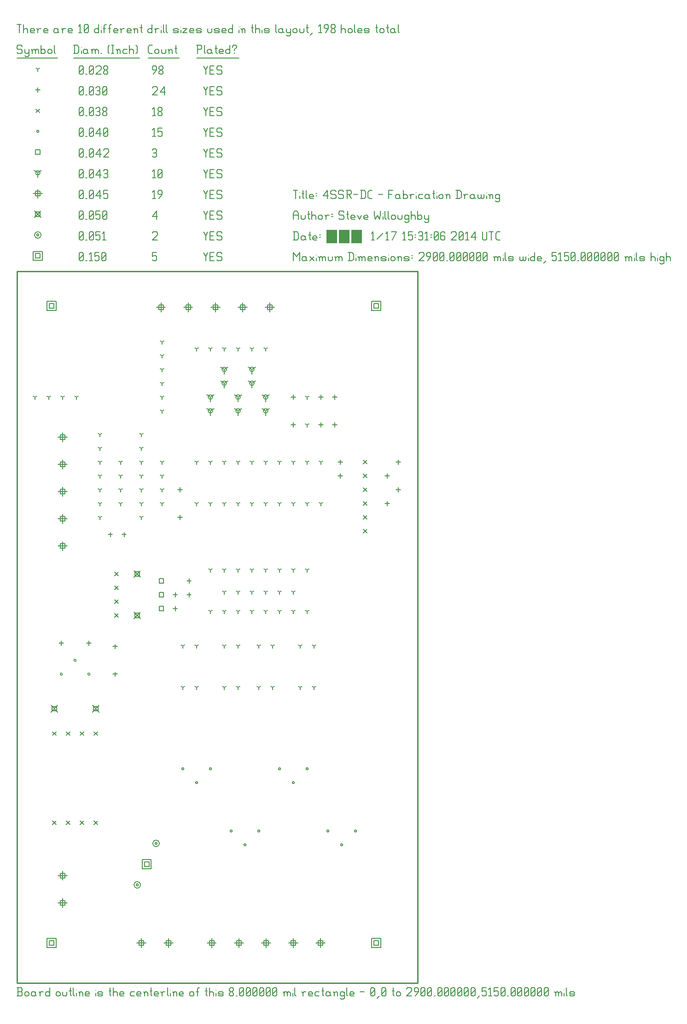
<source format=gbr>
G04 start of page 9 for group -3984 idx -3984 *
G04 Title: 4SSR-DC, fab *
G04 Creator: pcb 20110918 *
G04 CreationDate: 五  1/17 15:31:06 2014 UTC *
G04 For: steve *
G04 Format: Gerber/RS-274X *
G04 PCB-Dimensions: 290000 515000 *
G04 PCB-Coordinate-Origin: lower left *
%MOIN*%
%FSLAX25Y25*%
%LNFAB*%
%ADD107C,0.0001*%
%ADD106C,0.0100*%
%ADD105C,0.0075*%
%ADD104C,0.0060*%
%ADD103C,0.0080*%
G54D103*X92290Y87600D02*X95490D01*
X92290D02*Y84400D01*
X95490D01*
Y87600D02*Y84400D01*
X90690Y89200D02*X97090D01*
X90690D02*Y82800D01*
X97090D01*
Y89200D02*Y82800D01*
X23400Y491600D02*X26600D01*
X23400D02*Y488400D01*
X26600D01*
Y491600D02*Y488400D01*
X21800Y493200D02*X28200D01*
X21800D02*Y486800D01*
X28200D01*
Y493200D02*Y486800D01*
X258400Y491600D02*X261600D01*
X258400D02*Y488400D01*
X261600D01*
Y491600D02*Y488400D01*
X256800Y493200D02*X263200D01*
X256800D02*Y486800D01*
X263200D01*
Y493200D02*Y486800D01*
X258400Y30600D02*X261600D01*
X258400D02*Y27400D01*
X261600D01*
Y30600D02*Y27400D01*
X256800Y32200D02*X263200D01*
X256800D02*Y25800D01*
X263200D01*
Y32200D02*Y25800D01*
X23400Y30600D02*X26600D01*
X23400D02*Y27400D01*
X26600D01*
Y30600D02*Y27400D01*
X21800Y32200D02*X28200D01*
X21800D02*Y25800D01*
X28200D01*
Y32200D02*Y25800D01*
X13400Y527850D02*X16600D01*
X13400D02*Y524650D01*
X16600D01*
Y527850D02*Y524650D01*
X11800Y529450D02*X18200D01*
X11800D02*Y523050D01*
X18200D01*
Y529450D02*Y523050D01*
G54D104*X135000Y528500D02*X136500Y525500D01*
X138000Y528500D01*
X136500Y525500D02*Y522500D01*
X139800Y525800D02*X142050D01*
X139800Y522500D02*X142800D01*
X139800Y528500D02*Y522500D01*
Y528500D02*X142800D01*
X147600D02*X148350Y527750D01*
X145350Y528500D02*X147600D01*
X144600Y527750D02*X145350Y528500D01*
X144600Y527750D02*Y526250D01*
X145350Y525500D01*
X147600D01*
X148350Y524750D01*
Y523250D01*
X147600Y522500D02*X148350Y523250D01*
X145350Y522500D02*X147600D01*
X144600Y523250D02*X145350Y522500D01*
X98000Y528500D02*X101000D01*
X98000D02*Y525500D01*
X98750Y526250D01*
X100250D01*
X101000Y525500D01*
Y523250D01*
X100250Y522500D02*X101000Y523250D01*
X98750Y522500D02*X100250D01*
X98000Y523250D02*X98750Y522500D01*
X45000Y523250D02*X45750Y522500D01*
X45000Y527750D02*Y523250D01*
Y527750D02*X45750Y528500D01*
X47250D01*
X48000Y527750D01*
Y523250D01*
X47250Y522500D02*X48000Y523250D01*
X45750Y522500D02*X47250D01*
X45000Y524000D02*X48000Y527000D01*
X49800Y522500D02*X50550D01*
X52350Y527300D02*X53550Y528500D01*
Y522500D01*
X52350D02*X54600D01*
X56400Y528500D02*X59400D01*
X56400D02*Y525500D01*
X57150Y526250D01*
X58650D01*
X59400Y525500D01*
Y523250D01*
X58650Y522500D02*X59400Y523250D01*
X57150Y522500D02*X58650D01*
X56400Y523250D02*X57150Y522500D01*
X61200Y523250D02*X61950Y522500D01*
X61200Y527750D02*Y523250D01*
Y527750D02*X61950Y528500D01*
X63450D01*
X64200Y527750D01*
Y523250D01*
X63450Y522500D02*X64200Y523250D01*
X61950Y522500D02*X63450D01*
X61200Y524000D02*X64200Y527000D01*
X99861Y101000D02*G75*G03X101461Y101000I800J0D01*G01*
G75*G03X99861Y101000I-800J0D01*G01*
X98261D02*G75*G03X103061Y101000I2400J0D01*G01*
G75*G03X98261Y101000I-2400J0D01*G01*
X86200Y71000D02*G75*G03X87800Y71000I800J0D01*G01*
G75*G03X86200Y71000I-800J0D01*G01*
X84600D02*G75*G03X89400Y71000I2400J0D01*G01*
G75*G03X84600Y71000I-2400J0D01*G01*
X14200Y541250D02*G75*G03X15800Y541250I800J0D01*G01*
G75*G03X14200Y541250I-800J0D01*G01*
X12600D02*G75*G03X17400Y541250I2400J0D01*G01*
G75*G03X12600Y541250I-2400J0D01*G01*
X135000Y543500D02*X136500Y540500D01*
X138000Y543500D01*
X136500Y540500D02*Y537500D01*
X139800Y540800D02*X142050D01*
X139800Y537500D02*X142800D01*
X139800Y543500D02*Y537500D01*
Y543500D02*X142800D01*
X147600D02*X148350Y542750D01*
X145350Y543500D02*X147600D01*
X144600Y542750D02*X145350Y543500D01*
X144600Y542750D02*Y541250D01*
X145350Y540500D01*
X147600D01*
X148350Y539750D01*
Y538250D01*
X147600Y537500D02*X148350Y538250D01*
X145350Y537500D02*X147600D01*
X144600Y538250D02*X145350Y537500D01*
X98000Y542750D02*X98750Y543500D01*
X101000D01*
X101750Y542750D01*
Y541250D01*
X98000Y537500D02*X101750Y541250D01*
X98000Y537500D02*X101750D01*
X45000Y538250D02*X45750Y537500D01*
X45000Y542750D02*Y538250D01*
Y542750D02*X45750Y543500D01*
X47250D01*
X48000Y542750D01*
Y538250D01*
X47250Y537500D02*X48000Y538250D01*
X45750Y537500D02*X47250D01*
X45000Y539000D02*X48000Y542000D01*
X49800Y537500D02*X50550D01*
X52350Y538250D02*X53100Y537500D01*
X52350Y542750D02*Y538250D01*
Y542750D02*X53100Y543500D01*
X54600D01*
X55350Y542750D01*
Y538250D01*
X54600Y537500D02*X55350Y538250D01*
X53100Y537500D02*X54600D01*
X52350Y539000D02*X55350Y542000D01*
X57150Y543500D02*X60150D01*
X57150D02*Y540500D01*
X57900Y541250D01*
X59400D01*
X60150Y540500D01*
Y538250D01*
X59400Y537500D02*X60150Y538250D01*
X57900Y537500D02*X59400D01*
X57150Y538250D02*X57900Y537500D01*
X61950Y542300D02*X63150Y543500D01*
Y537500D01*
X61950D02*X64200D01*
X84600Y268400D02*X89400Y263600D01*
X84600D02*X89400Y268400D01*
X85400Y267600D02*X88600D01*
X85400D02*Y264400D01*
X88600D01*
Y267600D02*Y264400D01*
X84600Y298400D02*X89400Y293600D01*
X84600D02*X89400Y298400D01*
X85400Y297600D02*X88600D01*
X85400D02*Y294400D01*
X88600D01*
Y297600D02*Y294400D01*
X54600Y200900D02*X59400Y196100D01*
X54600D02*X59400Y200900D01*
X55400Y200100D02*X58600D01*
X55400D02*Y196900D01*
X58600D01*
Y200100D02*Y196900D01*
X24600Y200900D02*X29400Y196100D01*
X24600D02*X29400Y200900D01*
X25400Y200100D02*X28600D01*
X25400D02*Y196900D01*
X28600D01*
Y200100D02*Y196900D01*
X12600Y558650D02*X17400Y553850D01*
X12600D02*X17400Y558650D01*
X13400Y557850D02*X16600D01*
X13400D02*Y554650D01*
X16600D01*
Y557850D02*Y554650D01*
X135000Y558500D02*X136500Y555500D01*
X138000Y558500D01*
X136500Y555500D02*Y552500D01*
X139800Y555800D02*X142050D01*
X139800Y552500D02*X142800D01*
X139800Y558500D02*Y552500D01*
Y558500D02*X142800D01*
X147600D02*X148350Y557750D01*
X145350Y558500D02*X147600D01*
X144600Y557750D02*X145350Y558500D01*
X144600Y557750D02*Y556250D01*
X145350Y555500D01*
X147600D01*
X148350Y554750D01*
Y553250D01*
X147600Y552500D02*X148350Y553250D01*
X145350Y552500D02*X147600D01*
X144600Y553250D02*X145350Y552500D01*
X98000Y554750D02*X101000Y558500D01*
X98000Y554750D02*X101750D01*
X101000Y558500D02*Y552500D01*
X45000Y553250D02*X45750Y552500D01*
X45000Y557750D02*Y553250D01*
Y557750D02*X45750Y558500D01*
X47250D01*
X48000Y557750D01*
Y553250D01*
X47250Y552500D02*X48000Y553250D01*
X45750Y552500D02*X47250D01*
X45000Y554000D02*X48000Y557000D01*
X49800Y552500D02*X50550D01*
X52350Y553250D02*X53100Y552500D01*
X52350Y557750D02*Y553250D01*
Y557750D02*X53100Y558500D01*
X54600D01*
X55350Y557750D01*
Y553250D01*
X54600Y552500D02*X55350Y553250D01*
X53100Y552500D02*X54600D01*
X52350Y554000D02*X55350Y557000D01*
X57150Y558500D02*X60150D01*
X57150D02*Y555500D01*
X57900Y556250D01*
X59400D01*
X60150Y555500D01*
Y553250D01*
X59400Y552500D02*X60150Y553250D01*
X57900Y552500D02*X59400D01*
X57150Y553250D02*X57900Y552500D01*
X61950Y553250D02*X62700Y552500D01*
X61950Y557750D02*Y553250D01*
Y557750D02*X62700Y558500D01*
X64200D01*
X64950Y557750D01*
Y553250D01*
X64200Y552500D02*X64950Y553250D01*
X62700Y552500D02*X64200D01*
X61950Y554000D02*X64950Y557000D01*
X140945Y32200D02*Y25800D01*
X137745Y29000D02*X144145D01*
X139345Y30600D02*X142545D01*
X139345D02*Y27400D01*
X142545D01*
Y30600D02*Y27400D01*
X160630Y32200D02*Y25800D01*
X157430Y29000D02*X163830D01*
X159030Y30600D02*X162230D01*
X159030D02*Y27400D01*
X162230D01*
Y30600D02*Y27400D01*
X219685Y32200D02*Y25800D01*
X216485Y29000D02*X222885D01*
X218085Y30600D02*X221285D01*
X218085D02*Y27400D01*
X221285D01*
Y30600D02*Y27400D01*
X200000Y32200D02*Y25800D01*
X196800Y29000D02*X203200D01*
X198400Y30600D02*X201600D01*
X198400D02*Y27400D01*
X201600D01*
Y30600D02*Y27400D01*
X180315Y32200D02*Y25800D01*
X177115Y29000D02*X183515D01*
X178715Y30600D02*X181915D01*
X178715D02*Y27400D01*
X181915D01*
Y30600D02*Y27400D01*
X33000Y398200D02*Y391800D01*
X29800Y395000D02*X36200D01*
X31400Y396600D02*X34600D01*
X31400D02*Y393400D01*
X34600D01*
Y396600D02*Y393400D01*
X33000Y378515D02*Y372115D01*
X29800Y375315D02*X36200D01*
X31400Y376915D02*X34600D01*
X31400D02*Y373715D01*
X34600D01*
Y376915D02*Y373715D01*
X33000Y319460D02*Y313060D01*
X29800Y316260D02*X36200D01*
X31400Y317860D02*X34600D01*
X31400D02*Y314660D01*
X34600D01*
Y317860D02*Y314660D01*
X33000Y339145D02*Y332745D01*
X29800Y335945D02*X36200D01*
X31400Y337545D02*X34600D01*
X31400D02*Y334345D01*
X34600D01*
Y337545D02*Y334345D01*
X33000Y358830D02*Y352430D01*
X29800Y355630D02*X36200D01*
X31400Y357230D02*X34600D01*
X31400D02*Y354030D01*
X34600D01*
Y357230D02*Y354030D01*
X109685Y32200D02*Y25800D01*
X106485Y29000D02*X112885D01*
X108085Y30600D02*X111285D01*
X108085D02*Y27400D01*
X111285D01*
Y30600D02*Y27400D01*
X90000Y32200D02*Y25800D01*
X86800Y29000D02*X93200D01*
X88400Y30600D02*X91600D01*
X88400D02*Y27400D01*
X91600D01*
Y30600D02*Y27400D01*
X33000Y61200D02*Y54800D01*
X29800Y58000D02*X36200D01*
X31400Y59600D02*X34600D01*
X31400D02*Y56400D01*
X34600D01*
Y59600D02*Y56400D01*
X33000Y80885D02*Y74485D01*
X29800Y77685D02*X36200D01*
X31400Y79285D02*X34600D01*
X31400D02*Y76085D01*
X34600D01*
Y79285D02*Y76085D01*
X183000Y492200D02*Y485800D01*
X179800Y489000D02*X186200D01*
X181400Y490600D02*X184600D01*
X181400D02*Y487400D01*
X184600D01*
Y490600D02*Y487400D01*
X163315Y492200D02*Y485800D01*
X160115Y489000D02*X166515D01*
X161715Y490600D02*X164915D01*
X161715D02*Y487400D01*
X164915D01*
Y490600D02*Y487400D01*
X104260Y492200D02*Y485800D01*
X101060Y489000D02*X107460D01*
X102660Y490600D02*X105860D01*
X102660D02*Y487400D01*
X105860D01*
Y490600D02*Y487400D01*
X123945Y492200D02*Y485800D01*
X120745Y489000D02*X127145D01*
X122345Y490600D02*X125545D01*
X122345D02*Y487400D01*
X125545D01*
Y490600D02*Y487400D01*
X143630Y492200D02*Y485800D01*
X140430Y489000D02*X146830D01*
X142030Y490600D02*X145230D01*
X142030D02*Y487400D01*
X145230D01*
Y490600D02*Y487400D01*
X15000Y574450D02*Y568050D01*
X11800Y571250D02*X18200D01*
X13400Y572850D02*X16600D01*
X13400D02*Y569650D01*
X16600D01*
Y572850D02*Y569650D01*
X135000Y573500D02*X136500Y570500D01*
X138000Y573500D01*
X136500Y570500D02*Y567500D01*
X139800Y570800D02*X142050D01*
X139800Y567500D02*X142800D01*
X139800Y573500D02*Y567500D01*
Y573500D02*X142800D01*
X147600D02*X148350Y572750D01*
X145350Y573500D02*X147600D01*
X144600Y572750D02*X145350Y573500D01*
X144600Y572750D02*Y571250D01*
X145350Y570500D01*
X147600D01*
X148350Y569750D01*
Y568250D01*
X147600Y567500D02*X148350Y568250D01*
X145350Y567500D02*X147600D01*
X144600Y568250D02*X145350Y567500D01*
X98000Y572300D02*X99200Y573500D01*
Y567500D01*
X98000D02*X100250D01*
X102800D02*X105050Y570500D01*
Y572750D02*Y570500D01*
X104300Y573500D02*X105050Y572750D01*
X102800Y573500D02*X104300D01*
X102050Y572750D02*X102800Y573500D01*
X102050Y572750D02*Y571250D01*
X102800Y570500D01*
X105050D01*
X45000Y568250D02*X45750Y567500D01*
X45000Y572750D02*Y568250D01*
Y572750D02*X45750Y573500D01*
X47250D01*
X48000Y572750D01*
Y568250D01*
X47250Y567500D02*X48000Y568250D01*
X45750Y567500D02*X47250D01*
X45000Y569000D02*X48000Y572000D01*
X49800Y567500D02*X50550D01*
X52350Y568250D02*X53100Y567500D01*
X52350Y572750D02*Y568250D01*
Y572750D02*X53100Y573500D01*
X54600D01*
X55350Y572750D01*
Y568250D01*
X54600Y567500D02*X55350Y568250D01*
X53100Y567500D02*X54600D01*
X52350Y569000D02*X55350Y572000D01*
X57150Y569750D02*X60150Y573500D01*
X57150Y569750D02*X60900D01*
X60150Y573500D02*Y567500D01*
X62700Y573500D02*X65700D01*
X62700D02*Y570500D01*
X63450Y571250D01*
X64950D01*
X65700Y570500D01*
Y568250D01*
X64950Y567500D02*X65700Y568250D01*
X63450Y567500D02*X64950D01*
X62700Y568250D02*X63450Y567500D01*
X180000Y414000D02*Y410800D01*
Y414000D02*X182773Y415600D01*
X180000Y414000D02*X177227Y415600D01*
X178400Y414000D02*G75*G03X181600Y414000I1600J0D01*G01*
G75*G03X178400Y414000I-1600J0D01*G01*
X180000Y424000D02*Y420800D01*
Y424000D02*X182773Y425600D01*
X180000Y424000D02*X177227Y425600D01*
X178400Y424000D02*G75*G03X181600Y424000I1600J0D01*G01*
G75*G03X178400Y424000I-1600J0D01*G01*
X160000Y414000D02*Y410800D01*
Y414000D02*X162773Y415600D01*
X160000Y414000D02*X157227Y415600D01*
X158400Y414000D02*G75*G03X161600Y414000I1600J0D01*G01*
G75*G03X158400Y414000I-1600J0D01*G01*
X160000Y424000D02*Y420800D01*
Y424000D02*X162773Y425600D01*
X160000Y424000D02*X157227Y425600D01*
X158400Y424000D02*G75*G03X161600Y424000I1600J0D01*G01*
G75*G03X158400Y424000I-1600J0D01*G01*
X150000Y434000D02*Y430800D01*
Y434000D02*X152773Y435600D01*
X150000Y434000D02*X147227Y435600D01*
X148400Y434000D02*G75*G03X151600Y434000I1600J0D01*G01*
G75*G03X148400Y434000I-1600J0D01*G01*
X150000Y444000D02*Y440800D01*
Y444000D02*X152773Y445600D01*
X150000Y444000D02*X147227Y445600D01*
X148400Y444000D02*G75*G03X151600Y444000I1600J0D01*G01*
G75*G03X148400Y444000I-1600J0D01*G01*
X170000Y434000D02*Y430800D01*
Y434000D02*X172773Y435600D01*
X170000Y434000D02*X167227Y435600D01*
X168400Y434000D02*G75*G03X171600Y434000I1600J0D01*G01*
G75*G03X168400Y434000I-1600J0D01*G01*
X170000Y444000D02*Y440800D01*
Y444000D02*X172773Y445600D01*
X170000Y444000D02*X167227Y445600D01*
X168400Y444000D02*G75*G03X171600Y444000I1600J0D01*G01*
G75*G03X168400Y444000I-1600J0D01*G01*
X140000Y414000D02*Y410800D01*
Y414000D02*X142773Y415600D01*
X140000Y414000D02*X137227Y415600D01*
X138400Y414000D02*G75*G03X141600Y414000I1600J0D01*G01*
G75*G03X138400Y414000I-1600J0D01*G01*
X140000Y424000D02*Y420800D01*
Y424000D02*X142773Y425600D01*
X140000Y424000D02*X137227Y425600D01*
X138400Y424000D02*G75*G03X141600Y424000I1600J0D01*G01*
G75*G03X138400Y424000I-1600J0D01*G01*
X15000Y586250D02*Y583050D01*
Y586250D02*X17773Y587850D01*
X15000Y586250D02*X12227Y587850D01*
X13400Y586250D02*G75*G03X16600Y586250I1600J0D01*G01*
G75*G03X13400Y586250I-1600J0D01*G01*
X135000Y588500D02*X136500Y585500D01*
X138000Y588500D01*
X136500Y585500D02*Y582500D01*
X139800Y585800D02*X142050D01*
X139800Y582500D02*X142800D01*
X139800Y588500D02*Y582500D01*
Y588500D02*X142800D01*
X147600D02*X148350Y587750D01*
X145350Y588500D02*X147600D01*
X144600Y587750D02*X145350Y588500D01*
X144600Y587750D02*Y586250D01*
X145350Y585500D01*
X147600D01*
X148350Y584750D01*
Y583250D01*
X147600Y582500D02*X148350Y583250D01*
X145350Y582500D02*X147600D01*
X144600Y583250D02*X145350Y582500D01*
X98000Y587300D02*X99200Y588500D01*
Y582500D01*
X98000D02*X100250D01*
X102050Y583250D02*X102800Y582500D01*
X102050Y587750D02*Y583250D01*
Y587750D02*X102800Y588500D01*
X104300D01*
X105050Y587750D01*
Y583250D01*
X104300Y582500D02*X105050Y583250D01*
X102800Y582500D02*X104300D01*
X102050Y584000D02*X105050Y587000D01*
X45000Y583250D02*X45750Y582500D01*
X45000Y587750D02*Y583250D01*
Y587750D02*X45750Y588500D01*
X47250D01*
X48000Y587750D01*
Y583250D01*
X47250Y582500D02*X48000Y583250D01*
X45750Y582500D02*X47250D01*
X45000Y584000D02*X48000Y587000D01*
X49800Y582500D02*X50550D01*
X52350Y583250D02*X53100Y582500D01*
X52350Y587750D02*Y583250D01*
Y587750D02*X53100Y588500D01*
X54600D01*
X55350Y587750D01*
Y583250D01*
X54600Y582500D02*X55350Y583250D01*
X53100Y582500D02*X54600D01*
X52350Y584000D02*X55350Y587000D01*
X57150Y584750D02*X60150Y588500D01*
X57150Y584750D02*X60900D01*
X60150Y588500D02*Y582500D01*
X62700Y587750D02*X63450Y588500D01*
X64950D01*
X65700Y587750D01*
X64950Y582500D02*X65700Y583250D01*
X63450Y582500D02*X64950D01*
X62700Y583250D02*X63450Y582500D01*
Y585800D02*X64950D01*
X65700Y587750D02*Y586550D01*
Y585050D02*Y583250D01*
Y585050D02*X64950Y585800D01*
X65700Y586550D02*X64950Y585800D01*
X102900Y292600D02*X106100D01*
X102900D02*Y289400D01*
X106100D01*
Y292600D02*Y289400D01*
X102900Y282600D02*X106100D01*
X102900D02*Y279400D01*
X106100D01*
Y282600D02*Y279400D01*
X102900Y272600D02*X106100D01*
X102900D02*Y269400D01*
X106100D01*
Y272600D02*Y269400D01*
X13400Y602850D02*X16600D01*
X13400D02*Y599650D01*
X16600D01*
Y602850D02*Y599650D01*
X135000Y603500D02*X136500Y600500D01*
X138000Y603500D01*
X136500Y600500D02*Y597500D01*
X139800Y600800D02*X142050D01*
X139800Y597500D02*X142800D01*
X139800Y603500D02*Y597500D01*
Y603500D02*X142800D01*
X147600D02*X148350Y602750D01*
X145350Y603500D02*X147600D01*
X144600Y602750D02*X145350Y603500D01*
X144600Y602750D02*Y601250D01*
X145350Y600500D01*
X147600D01*
X148350Y599750D01*
Y598250D01*
X147600Y597500D02*X148350Y598250D01*
X145350Y597500D02*X147600D01*
X144600Y598250D02*X145350Y597500D01*
X98000Y602750D02*X98750Y603500D01*
X100250D01*
X101000Y602750D01*
X100250Y597500D02*X101000Y598250D01*
X98750Y597500D02*X100250D01*
X98000Y598250D02*X98750Y597500D01*
Y600800D02*X100250D01*
X101000Y602750D02*Y601550D01*
Y600050D02*Y598250D01*
Y600050D02*X100250Y600800D01*
X101000Y601550D02*X100250Y600800D01*
X45000Y598250D02*X45750Y597500D01*
X45000Y602750D02*Y598250D01*
Y602750D02*X45750Y603500D01*
X47250D01*
X48000Y602750D01*
Y598250D01*
X47250Y597500D02*X48000Y598250D01*
X45750Y597500D02*X47250D01*
X45000Y599000D02*X48000Y602000D01*
X49800Y597500D02*X50550D01*
X52350Y598250D02*X53100Y597500D01*
X52350Y602750D02*Y598250D01*
Y602750D02*X53100Y603500D01*
X54600D01*
X55350Y602750D01*
Y598250D01*
X54600Y597500D02*X55350Y598250D01*
X53100Y597500D02*X54600D01*
X52350Y599000D02*X55350Y602000D01*
X57150Y599750D02*X60150Y603500D01*
X57150Y599750D02*X60900D01*
X60150Y603500D02*Y597500D01*
X62700Y602750D02*X63450Y603500D01*
X65700D01*
X66450Y602750D01*
Y601250D01*
X62700Y597500D02*X66450Y601250D01*
X62700Y597500D02*X66450D01*
X51200Y223500D02*G75*G03X52800Y223500I800J0D01*G01*
G75*G03X51200Y223500I-800J0D01*G01*
X41200Y233500D02*G75*G03X42800Y233500I800J0D01*G01*
G75*G03X41200Y233500I-800J0D01*G01*
X31200Y223500D02*G75*G03X32800Y223500I800J0D01*G01*
G75*G03X31200Y223500I-800J0D01*G01*
X119200Y155000D02*G75*G03X120800Y155000I800J0D01*G01*
G75*G03X119200Y155000I-800J0D01*G01*
X129200Y145000D02*G75*G03X130800Y145000I800J0D01*G01*
G75*G03X129200Y145000I-800J0D01*G01*
X139200Y155000D02*G75*G03X140800Y155000I800J0D01*G01*
G75*G03X139200Y155000I-800J0D01*G01*
X154200Y110000D02*G75*G03X155800Y110000I800J0D01*G01*
G75*G03X154200Y110000I-800J0D01*G01*
X164200Y100000D02*G75*G03X165800Y100000I800J0D01*G01*
G75*G03X164200Y100000I-800J0D01*G01*
X174200Y110000D02*G75*G03X175800Y110000I800J0D01*G01*
G75*G03X174200Y110000I-800J0D01*G01*
X189200Y155000D02*G75*G03X190800Y155000I800J0D01*G01*
G75*G03X189200Y155000I-800J0D01*G01*
X199200Y145000D02*G75*G03X200800Y145000I800J0D01*G01*
G75*G03X199200Y145000I-800J0D01*G01*
X209200Y155000D02*G75*G03X210800Y155000I800J0D01*G01*
G75*G03X209200Y155000I-800J0D01*G01*
X224200Y110000D02*G75*G03X225800Y110000I800J0D01*G01*
G75*G03X224200Y110000I-800J0D01*G01*
X234200Y100000D02*G75*G03X235800Y100000I800J0D01*G01*
G75*G03X234200Y100000I-800J0D01*G01*
X244200Y110000D02*G75*G03X245800Y110000I800J0D01*G01*
G75*G03X244200Y110000I-800J0D01*G01*
X14200Y616250D02*G75*G03X15800Y616250I800J0D01*G01*
G75*G03X14200Y616250I-800J0D01*G01*
X135000Y618500D02*X136500Y615500D01*
X138000Y618500D01*
X136500Y615500D02*Y612500D01*
X139800Y615800D02*X142050D01*
X139800Y612500D02*X142800D01*
X139800Y618500D02*Y612500D01*
Y618500D02*X142800D01*
X147600D02*X148350Y617750D01*
X145350Y618500D02*X147600D01*
X144600Y617750D02*X145350Y618500D01*
X144600Y617750D02*Y616250D01*
X145350Y615500D01*
X147600D01*
X148350Y614750D01*
Y613250D01*
X147600Y612500D02*X148350Y613250D01*
X145350Y612500D02*X147600D01*
X144600Y613250D02*X145350Y612500D01*
X98000Y617300D02*X99200Y618500D01*
Y612500D01*
X98000D02*X100250D01*
X102050Y618500D02*X105050D01*
X102050D02*Y615500D01*
X102800Y616250D01*
X104300D01*
X105050Y615500D01*
Y613250D01*
X104300Y612500D02*X105050Y613250D01*
X102800Y612500D02*X104300D01*
X102050Y613250D02*X102800Y612500D01*
X45000Y613250D02*X45750Y612500D01*
X45000Y617750D02*Y613250D01*
Y617750D02*X45750Y618500D01*
X47250D01*
X48000Y617750D01*
Y613250D01*
X47250Y612500D02*X48000Y613250D01*
X45750Y612500D02*X47250D01*
X45000Y614000D02*X48000Y617000D01*
X49800Y612500D02*X50550D01*
X52350Y613250D02*X53100Y612500D01*
X52350Y617750D02*Y613250D01*
Y617750D02*X53100Y618500D01*
X54600D01*
X55350Y617750D01*
Y613250D01*
X54600Y612500D02*X55350Y613250D01*
X53100Y612500D02*X54600D01*
X52350Y614000D02*X55350Y617000D01*
X57150Y614750D02*X60150Y618500D01*
X57150Y614750D02*X60900D01*
X60150Y618500D02*Y612500D01*
X62700Y613250D02*X63450Y612500D01*
X62700Y617750D02*Y613250D01*
Y617750D02*X63450Y618500D01*
X64950D01*
X65700Y617750D01*
Y613250D01*
X64950Y612500D02*X65700Y613250D01*
X63450Y612500D02*X64950D01*
X62700Y614000D02*X65700Y617000D01*
X250800Y378200D02*X253200Y375800D01*
X250800D02*X253200Y378200D01*
X250800Y368200D02*X253200Y365800D01*
X250800D02*X253200Y368200D01*
X250800Y358200D02*X253200Y355800D01*
X250800D02*X253200Y358200D01*
X250800Y348200D02*X253200Y345800D01*
X250800D02*X253200Y348200D01*
X250800Y338200D02*X253200Y335800D01*
X250800D02*X253200Y338200D01*
X250800Y328200D02*X253200Y325800D01*
X250800D02*X253200Y328200D01*
X70800Y297200D02*X73200Y294800D01*
X70800D02*X73200Y297200D01*
X70800Y287200D02*X73200Y284800D01*
X70800D02*X73200Y287200D01*
X70800Y277200D02*X73200Y274800D01*
X70800D02*X73200Y277200D01*
X70800Y267200D02*X73200Y264800D01*
X70800D02*X73200Y267200D01*
X25800Y181700D02*X28200Y179300D01*
X25800D02*X28200Y181700D01*
X35800D02*X38200Y179300D01*
X35800D02*X38200Y181700D01*
X45800D02*X48200Y179300D01*
X45800D02*X48200Y181700D01*
X55800D02*X58200Y179300D01*
X55800D02*X58200Y181700D01*
X25800Y117200D02*X28200Y114800D01*
X25800D02*X28200Y117200D01*
X35800D02*X38200Y114800D01*
X35800D02*X38200Y117200D01*
X45800D02*X48200Y114800D01*
X45800D02*X48200Y117200D01*
X55800D02*X58200Y114800D01*
X55800D02*X58200Y117200D01*
X13800Y632450D02*X16200Y630050D01*
X13800D02*X16200Y632450D01*
X135000Y633500D02*X136500Y630500D01*
X138000Y633500D01*
X136500Y630500D02*Y627500D01*
X139800Y630800D02*X142050D01*
X139800Y627500D02*X142800D01*
X139800Y633500D02*Y627500D01*
Y633500D02*X142800D01*
X147600D02*X148350Y632750D01*
X145350Y633500D02*X147600D01*
X144600Y632750D02*X145350Y633500D01*
X144600Y632750D02*Y631250D01*
X145350Y630500D01*
X147600D01*
X148350Y629750D01*
Y628250D01*
X147600Y627500D02*X148350Y628250D01*
X145350Y627500D02*X147600D01*
X144600Y628250D02*X145350Y627500D01*
X98000Y632300D02*X99200Y633500D01*
Y627500D01*
X98000D02*X100250D01*
X102050Y628250D02*X102800Y627500D01*
X102050Y629450D02*Y628250D01*
Y629450D02*X103100Y630500D01*
X104000D01*
X105050Y629450D01*
Y628250D01*
X104300Y627500D02*X105050Y628250D01*
X102800Y627500D02*X104300D01*
X102050Y631550D02*X103100Y630500D01*
X102050Y632750D02*Y631550D01*
Y632750D02*X102800Y633500D01*
X104300D01*
X105050Y632750D01*
Y631550D01*
X104000Y630500D02*X105050Y631550D01*
X45000Y628250D02*X45750Y627500D01*
X45000Y632750D02*Y628250D01*
Y632750D02*X45750Y633500D01*
X47250D01*
X48000Y632750D01*
Y628250D01*
X47250Y627500D02*X48000Y628250D01*
X45750Y627500D02*X47250D01*
X45000Y629000D02*X48000Y632000D01*
X49800Y627500D02*X50550D01*
X52350Y628250D02*X53100Y627500D01*
X52350Y632750D02*Y628250D01*
Y632750D02*X53100Y633500D01*
X54600D01*
X55350Y632750D01*
Y628250D01*
X54600Y627500D02*X55350Y628250D01*
X53100Y627500D02*X54600D01*
X52350Y629000D02*X55350Y632000D01*
X57150Y632750D02*X57900Y633500D01*
X59400D01*
X60150Y632750D01*
X59400Y627500D02*X60150Y628250D01*
X57900Y627500D02*X59400D01*
X57150Y628250D02*X57900Y627500D01*
Y630800D02*X59400D01*
X60150Y632750D02*Y631550D01*
Y630050D02*Y628250D01*
Y630050D02*X59400Y630800D01*
X60150Y631550D02*X59400Y630800D01*
X61950Y628250D02*X62700Y627500D01*
X61950Y629450D02*Y628250D01*
Y629450D02*X63000Y630500D01*
X63900D01*
X64950Y629450D01*
Y628250D01*
X64200Y627500D02*X64950Y628250D01*
X62700Y627500D02*X64200D01*
X61950Y631550D02*X63000Y630500D01*
X61950Y632750D02*Y631550D01*
Y632750D02*X62700Y633500D01*
X64200D01*
X64950Y632750D01*
Y631550D01*
X63900Y630500D02*X64950Y631550D01*
X234000Y378600D02*Y375400D01*
X232400Y377000D02*X235600D01*
X234000Y368600D02*Y365400D01*
X232400Y367000D02*X235600D01*
X220000Y425600D02*Y422400D01*
X218400Y424000D02*X221600D01*
X230000Y425600D02*Y422400D01*
X228400Y424000D02*X231600D01*
X220000Y405600D02*Y402400D01*
X218400Y404000D02*X221600D01*
X230000Y405600D02*Y402400D01*
X228400Y404000D02*X231600D01*
X200000Y405600D02*Y402400D01*
X198400Y404000D02*X201600D01*
X200000Y425600D02*Y422400D01*
X198400Y424000D02*X201600D01*
X77500Y326100D02*Y322900D01*
X75900Y324500D02*X79100D01*
X67500Y326100D02*Y322900D01*
X65900Y324500D02*X69100D01*
X268000Y368600D02*Y365400D01*
X266400Y367000D02*X269600D01*
X268000Y348600D02*Y345400D01*
X266400Y347000D02*X269600D01*
X114500Y272600D02*Y269400D01*
X112900Y271000D02*X116100D01*
X114500Y282600D02*Y279400D01*
X112900Y281000D02*X116100D01*
X124500Y282600D02*Y279400D01*
X122900Y281000D02*X126100D01*
X124500Y292600D02*Y289400D01*
X122900Y291000D02*X126100D01*
X71000Y225100D02*Y221900D01*
X69400Y223500D02*X72600D01*
X71000Y245100D02*Y241900D01*
X69400Y243500D02*X72600D01*
X32000Y247600D02*Y244400D01*
X30400Y246000D02*X33600D01*
X52000Y247600D02*Y244400D01*
X50400Y246000D02*X53600D01*
X276000Y378600D02*Y375400D01*
X274400Y377000D02*X277600D01*
X276000Y358600D02*Y355400D01*
X274400Y357000D02*X277600D01*
X118000Y358600D02*Y355400D01*
X116400Y357000D02*X119600D01*
X118000Y338600D02*Y335400D01*
X116400Y337000D02*X119600D01*
X15000Y647850D02*Y644650D01*
X13400Y646250D02*X16600D01*
X135000Y648500D02*X136500Y645500D01*
X138000Y648500D01*
X136500Y645500D02*Y642500D01*
X139800Y645800D02*X142050D01*
X139800Y642500D02*X142800D01*
X139800Y648500D02*Y642500D01*
Y648500D02*X142800D01*
X147600D02*X148350Y647750D01*
X145350Y648500D02*X147600D01*
X144600Y647750D02*X145350Y648500D01*
X144600Y647750D02*Y646250D01*
X145350Y645500D01*
X147600D01*
X148350Y644750D01*
Y643250D01*
X147600Y642500D02*X148350Y643250D01*
X145350Y642500D02*X147600D01*
X144600Y643250D02*X145350Y642500D01*
X98000Y647750D02*X98750Y648500D01*
X101000D01*
X101750Y647750D01*
Y646250D01*
X98000Y642500D02*X101750Y646250D01*
X98000Y642500D02*X101750D01*
X103550Y644750D02*X106550Y648500D01*
X103550Y644750D02*X107300D01*
X106550Y648500D02*Y642500D01*
X45000Y643250D02*X45750Y642500D01*
X45000Y647750D02*Y643250D01*
Y647750D02*X45750Y648500D01*
X47250D01*
X48000Y647750D01*
Y643250D01*
X47250Y642500D02*X48000Y643250D01*
X45750Y642500D02*X47250D01*
X45000Y644000D02*X48000Y647000D01*
X49800Y642500D02*X50550D01*
X52350Y643250D02*X53100Y642500D01*
X52350Y647750D02*Y643250D01*
Y647750D02*X53100Y648500D01*
X54600D01*
X55350Y647750D01*
Y643250D01*
X54600Y642500D02*X55350Y643250D01*
X53100Y642500D02*X54600D01*
X52350Y644000D02*X55350Y647000D01*
X57150Y647750D02*X57900Y648500D01*
X59400D01*
X60150Y647750D01*
X59400Y642500D02*X60150Y643250D01*
X57900Y642500D02*X59400D01*
X57150Y643250D02*X57900Y642500D01*
Y645800D02*X59400D01*
X60150Y647750D02*Y646550D01*
Y645050D02*Y643250D01*
Y645050D02*X59400Y645800D01*
X60150Y646550D02*X59400Y645800D01*
X61950Y643250D02*X62700Y642500D01*
X61950Y647750D02*Y643250D01*
Y647750D02*X62700Y648500D01*
X64200D01*
X64950Y647750D01*
Y643250D01*
X64200Y642500D02*X64950Y643250D01*
X62700Y642500D02*X64200D01*
X61950Y644000D02*X64950Y647000D01*
X120000Y214000D02*Y212400D01*
Y214000D02*X121387Y214800D01*
X120000Y214000D02*X118613Y214800D01*
X120000Y244000D02*Y242400D01*
Y244000D02*X121387Y244800D01*
X120000Y244000D02*X118613Y244800D01*
X130000Y214000D02*Y212400D01*
Y214000D02*X131387Y214800D01*
X130000Y214000D02*X128613Y214800D01*
X130000Y244000D02*Y242400D01*
Y244000D02*X131387Y244800D01*
X130000Y244000D02*X128613Y244800D01*
X150000Y214000D02*Y212400D01*
Y214000D02*X151387Y214800D01*
X150000Y214000D02*X148613Y214800D01*
X150000Y244000D02*Y242400D01*
Y244000D02*X151387Y244800D01*
X150000Y244000D02*X148613Y244800D01*
X160000Y214000D02*Y212400D01*
Y214000D02*X161387Y214800D01*
X160000Y214000D02*X158613Y214800D01*
X160000Y244000D02*Y242400D01*
Y244000D02*X161387Y244800D01*
X160000Y244000D02*X158613Y244800D01*
X175000Y214000D02*Y212400D01*
Y214000D02*X176387Y214800D01*
X175000Y214000D02*X173613Y214800D01*
X175000Y244000D02*Y242400D01*
Y244000D02*X176387Y244800D01*
X175000Y244000D02*X173613Y244800D01*
X185000Y214000D02*Y212400D01*
Y214000D02*X186387Y214800D01*
X185000Y214000D02*X183613Y214800D01*
X185000Y244000D02*Y242400D01*
Y244000D02*X186387Y244800D01*
X185000Y244000D02*X183613Y244800D01*
X205000Y214000D02*Y212400D01*
Y214000D02*X206387Y214800D01*
X205000Y214000D02*X203613Y214800D01*
X205000Y244000D02*Y242400D01*
Y244000D02*X206387Y244800D01*
X205000Y244000D02*X203613Y244800D01*
X215000Y214000D02*Y212400D01*
Y214000D02*X216387Y214800D01*
X215000Y214000D02*X213613Y214800D01*
X215000Y244000D02*Y242400D01*
Y244000D02*X216387Y244800D01*
X215000Y244000D02*X213613Y244800D01*
X200000Y283000D02*Y281400D01*
Y283000D02*X201387Y283800D01*
X200000Y283000D02*X198613Y283800D01*
X190000Y283000D02*Y281400D01*
Y283000D02*X191387Y283800D01*
X190000Y283000D02*X188613Y283800D01*
X180000Y283000D02*Y281400D01*
Y283000D02*X181387Y283800D01*
X180000Y283000D02*X178613Y283800D01*
X170000Y283000D02*Y281400D01*
Y283000D02*X171387Y283800D01*
X170000Y283000D02*X168613Y283800D01*
X160000Y283000D02*Y281400D01*
Y283000D02*X161387Y283800D01*
X160000Y283000D02*X158613Y283800D01*
X150000Y283000D02*Y281400D01*
Y283000D02*X151387Y283800D01*
X150000Y283000D02*X148613Y283800D01*
X210000Y299000D02*Y297400D01*
Y299000D02*X211387Y299800D01*
X210000Y299000D02*X208613Y299800D01*
X200000Y299000D02*Y297400D01*
Y299000D02*X201387Y299800D01*
X200000Y299000D02*X198613Y299800D01*
X190000Y299000D02*Y297400D01*
Y299000D02*X191387Y299800D01*
X190000Y299000D02*X188613Y299800D01*
X180000Y299000D02*Y297400D01*
Y299000D02*X181387Y299800D01*
X180000Y299000D02*X178613Y299800D01*
X170000Y299000D02*Y297400D01*
Y299000D02*X171387Y299800D01*
X170000Y299000D02*X168613Y299800D01*
X160000Y299000D02*Y297400D01*
Y299000D02*X161387Y299800D01*
X160000Y299000D02*X158613Y299800D01*
X150000Y299000D02*Y297400D01*
Y299000D02*X151387Y299800D01*
X150000Y299000D02*X148613Y299800D01*
X140000Y299000D02*Y297400D01*
Y299000D02*X141387Y299800D01*
X140000Y299000D02*X138613Y299800D01*
X140000Y269000D02*Y267400D01*
Y269000D02*X141387Y269800D01*
X140000Y269000D02*X138613Y269800D01*
X150000Y269000D02*Y267400D01*
Y269000D02*X151387Y269800D01*
X150000Y269000D02*X148613Y269800D01*
X160000Y269000D02*Y267400D01*
Y269000D02*X161387Y269800D01*
X160000Y269000D02*X158613Y269800D01*
X170000Y269000D02*Y267400D01*
Y269000D02*X171387Y269800D01*
X170000Y269000D02*X168613Y269800D01*
X180000Y269000D02*Y267400D01*
Y269000D02*X181387Y269800D01*
X180000Y269000D02*X178613Y269800D01*
X190000Y269000D02*Y267400D01*
Y269000D02*X191387Y269800D01*
X190000Y269000D02*X188613Y269800D01*
X200000Y269000D02*Y267400D01*
Y269000D02*X201387Y269800D01*
X200000Y269000D02*X198613Y269800D01*
X210000Y269000D02*Y267400D01*
Y269000D02*X211387Y269800D01*
X210000Y269000D02*X208613Y269800D01*
X220000Y377000D02*Y375400D01*
Y377000D02*X221387Y377800D01*
X220000Y377000D02*X218613Y377800D01*
X210000Y377000D02*Y375400D01*
Y377000D02*X211387Y377800D01*
X210000Y377000D02*X208613Y377800D01*
X200000Y377000D02*Y375400D01*
Y377000D02*X201387Y377800D01*
X200000Y377000D02*X198613Y377800D01*
X190000Y377000D02*Y375400D01*
Y377000D02*X191387Y377800D01*
X190000Y377000D02*X188613Y377800D01*
X180000Y377000D02*Y375400D01*
Y377000D02*X181387Y377800D01*
X180000Y377000D02*X178613Y377800D01*
X170000Y377000D02*Y375400D01*
Y377000D02*X171387Y377800D01*
X170000Y377000D02*X168613Y377800D01*
X160000Y377000D02*Y375400D01*
Y377000D02*X161387Y377800D01*
X160000Y377000D02*X158613Y377800D01*
X150000Y377000D02*Y375400D01*
Y377000D02*X151387Y377800D01*
X150000Y377000D02*X148613Y377800D01*
X140000Y377000D02*Y375400D01*
Y377000D02*X141387Y377800D01*
X140000Y377000D02*X138613Y377800D01*
X130000Y377000D02*Y375400D01*
Y377000D02*X131387Y377800D01*
X130000Y377000D02*X128613Y377800D01*
X130000Y347000D02*Y345400D01*
Y347000D02*X131387Y347800D01*
X130000Y347000D02*X128613Y347800D01*
X140000Y347000D02*Y345400D01*
Y347000D02*X141387Y347800D01*
X140000Y347000D02*X138613Y347800D01*
X150000Y347000D02*Y345400D01*
Y347000D02*X151387Y347800D01*
X150000Y347000D02*X148613Y347800D01*
X160000Y347000D02*Y345400D01*
Y347000D02*X161387Y347800D01*
X160000Y347000D02*X158613Y347800D01*
X170000Y347000D02*Y345400D01*
Y347000D02*X171387Y347800D01*
X170000Y347000D02*X168613Y347800D01*
X180000Y347000D02*Y345400D01*
Y347000D02*X181387Y347800D01*
X180000Y347000D02*X178613Y347800D01*
X190000Y347000D02*Y345400D01*
Y347000D02*X191387Y347800D01*
X190000Y347000D02*X188613Y347800D01*
X200000Y347000D02*Y345400D01*
Y347000D02*X201387Y347800D01*
X200000Y347000D02*X198613Y347800D01*
X210000Y347000D02*Y345400D01*
Y347000D02*X211387Y347800D01*
X210000Y347000D02*X208613Y347800D01*
X220000Y347000D02*Y345400D01*
Y347000D02*X221387Y347800D01*
X220000Y347000D02*X218613Y347800D01*
X210000Y424000D02*Y422400D01*
Y424000D02*X211387Y424800D01*
X210000Y424000D02*X208613Y424800D01*
X210000Y404000D02*Y402400D01*
Y404000D02*X211387Y404800D01*
X210000Y404000D02*X208613Y404800D01*
X130000Y459000D02*Y457400D01*
Y459000D02*X131387Y459800D01*
X130000Y459000D02*X128613Y459800D01*
X140000Y459000D02*Y457400D01*
Y459000D02*X141387Y459800D01*
X140000Y459000D02*X138613Y459800D01*
X150000Y459000D02*Y457400D01*
Y459000D02*X151387Y459800D01*
X150000Y459000D02*X148613Y459800D01*
X160000Y459000D02*Y457400D01*
Y459000D02*X161387Y459800D01*
X160000Y459000D02*X158613Y459800D01*
X170000Y459000D02*Y457400D01*
Y459000D02*X171387Y459800D01*
X170000Y459000D02*X168613Y459800D01*
X180000Y459000D02*Y457400D01*
Y459000D02*X181387Y459800D01*
X180000Y459000D02*X178613Y459800D01*
X105000Y414000D02*Y412400D01*
Y414000D02*X106387Y414800D01*
X105000Y414000D02*X103613Y414800D01*
X105000Y424000D02*Y422400D01*
Y424000D02*X106387Y424800D01*
X105000Y424000D02*X103613Y424800D01*
X105000Y434000D02*Y432400D01*
Y434000D02*X106387Y434800D01*
X105000Y434000D02*X103613Y434800D01*
X105000Y444000D02*Y442400D01*
Y444000D02*X106387Y444800D01*
X105000Y444000D02*X103613Y444800D01*
X105000Y454000D02*Y452400D01*
Y454000D02*X106387Y454800D01*
X105000Y454000D02*X103613Y454800D01*
X105000Y464000D02*Y462400D01*
Y464000D02*X106387Y464800D01*
X105000Y464000D02*X103613Y464800D01*
X105000Y347000D02*Y345400D01*
Y347000D02*X106387Y347800D01*
X105000Y347000D02*X103613Y347800D01*
X105000Y357000D02*Y355400D01*
Y357000D02*X106387Y357800D01*
X105000Y357000D02*X103613Y357800D01*
X105000Y367000D02*Y365400D01*
Y367000D02*X106387Y367800D01*
X105000Y367000D02*X103613Y367800D01*
X105000Y377000D02*Y375400D01*
Y377000D02*X106387Y377800D01*
X105000Y377000D02*X103613Y377800D01*
X75000Y377000D02*Y375400D01*
Y377000D02*X76387Y377800D01*
X75000Y377000D02*X73613Y377800D01*
X75000Y367000D02*Y365400D01*
Y367000D02*X76387Y367800D01*
X75000Y367000D02*X73613Y367800D01*
X75000Y357000D02*Y355400D01*
Y357000D02*X76387Y357800D01*
X75000Y357000D02*X73613Y357800D01*
X75000Y347000D02*Y345400D01*
Y347000D02*X76387Y347800D01*
X75000Y347000D02*X73613Y347800D01*
X90000Y337000D02*Y335400D01*
Y337000D02*X91387Y337800D01*
X90000Y337000D02*X88613Y337800D01*
X90000Y347000D02*Y345400D01*
Y347000D02*X91387Y347800D01*
X90000Y347000D02*X88613Y347800D01*
X90000Y357000D02*Y355400D01*
Y357000D02*X91387Y357800D01*
X90000Y357000D02*X88613Y357800D01*
X90000Y367000D02*Y365400D01*
Y367000D02*X91387Y367800D01*
X90000Y367000D02*X88613Y367800D01*
X90000Y377000D02*Y375400D01*
Y377000D02*X91387Y377800D01*
X90000Y377000D02*X88613Y377800D01*
X90000Y387000D02*Y385400D01*
Y387000D02*X91387Y387800D01*
X90000Y387000D02*X88613Y387800D01*
X90000Y397000D02*Y395400D01*
Y397000D02*X91387Y397800D01*
X90000Y397000D02*X88613Y397800D01*
X60000Y397000D02*Y395400D01*
Y397000D02*X61387Y397800D01*
X60000Y397000D02*X58613Y397800D01*
X60000Y387000D02*Y385400D01*
Y387000D02*X61387Y387800D01*
X60000Y387000D02*X58613Y387800D01*
X60000Y377000D02*Y375400D01*
Y377000D02*X61387Y377800D01*
X60000Y377000D02*X58613Y377800D01*
X60000Y367000D02*Y365400D01*
Y367000D02*X61387Y367800D01*
X60000Y367000D02*X58613Y367800D01*
X60000Y357000D02*Y355400D01*
Y357000D02*X61387Y357800D01*
X60000Y357000D02*X58613Y357800D01*
X60000Y347000D02*Y345400D01*
Y347000D02*X61387Y347800D01*
X60000Y347000D02*X58613Y347800D01*
X60000Y337000D02*Y335400D01*
Y337000D02*X61387Y337800D01*
X60000Y337000D02*X58613Y337800D01*
X13000Y424000D02*Y422400D01*
Y424000D02*X14387Y424800D01*
X13000Y424000D02*X11613Y424800D01*
X23000Y424000D02*Y422400D01*
Y424000D02*X24387Y424800D01*
X23000Y424000D02*X21613Y424800D01*
X33000Y424000D02*Y422400D01*
Y424000D02*X34387Y424800D01*
X33000Y424000D02*X31613Y424800D01*
X43000Y424000D02*Y422400D01*
Y424000D02*X44387Y424800D01*
X43000Y424000D02*X41613Y424800D01*
X15000Y661250D02*Y659650D01*
Y661250D02*X16387Y662050D01*
X15000Y661250D02*X13613Y662050D01*
X135000Y663500D02*X136500Y660500D01*
X138000Y663500D01*
X136500Y660500D02*Y657500D01*
X139800Y660800D02*X142050D01*
X139800Y657500D02*X142800D01*
X139800Y663500D02*Y657500D01*
Y663500D02*X142800D01*
X147600D02*X148350Y662750D01*
X145350Y663500D02*X147600D01*
X144600Y662750D02*X145350Y663500D01*
X144600Y662750D02*Y661250D01*
X145350Y660500D01*
X147600D01*
X148350Y659750D01*
Y658250D01*
X147600Y657500D02*X148350Y658250D01*
X145350Y657500D02*X147600D01*
X144600Y658250D02*X145350Y657500D01*
X98750D02*X101000Y660500D01*
Y662750D02*Y660500D01*
X100250Y663500D02*X101000Y662750D01*
X98750Y663500D02*X100250D01*
X98000Y662750D02*X98750Y663500D01*
X98000Y662750D02*Y661250D01*
X98750Y660500D01*
X101000D01*
X102800Y658250D02*X103550Y657500D01*
X102800Y659450D02*Y658250D01*
Y659450D02*X103850Y660500D01*
X104750D01*
X105800Y659450D01*
Y658250D01*
X105050Y657500D02*X105800Y658250D01*
X103550Y657500D02*X105050D01*
X102800Y661550D02*X103850Y660500D01*
X102800Y662750D02*Y661550D01*
Y662750D02*X103550Y663500D01*
X105050D01*
X105800Y662750D01*
Y661550D01*
X104750Y660500D02*X105800Y661550D01*
X45000Y658250D02*X45750Y657500D01*
X45000Y662750D02*Y658250D01*
Y662750D02*X45750Y663500D01*
X47250D01*
X48000Y662750D01*
Y658250D01*
X47250Y657500D02*X48000Y658250D01*
X45750Y657500D02*X47250D01*
X45000Y659000D02*X48000Y662000D01*
X49800Y657500D02*X50550D01*
X52350Y658250D02*X53100Y657500D01*
X52350Y662750D02*Y658250D01*
Y662750D02*X53100Y663500D01*
X54600D01*
X55350Y662750D01*
Y658250D01*
X54600Y657500D02*X55350Y658250D01*
X53100Y657500D02*X54600D01*
X52350Y659000D02*X55350Y662000D01*
X57150Y662750D02*X57900Y663500D01*
X60150D01*
X60900Y662750D01*
Y661250D01*
X57150Y657500D02*X60900Y661250D01*
X57150Y657500D02*X60900D01*
X62700Y658250D02*X63450Y657500D01*
X62700Y659450D02*Y658250D01*
Y659450D02*X63750Y660500D01*
X64650D01*
X65700Y659450D01*
Y658250D01*
X64950Y657500D02*X65700Y658250D01*
X63450Y657500D02*X64950D01*
X62700Y661550D02*X63750Y660500D01*
X62700Y662750D02*Y661550D01*
Y662750D02*X63450Y663500D01*
X64950D01*
X65700Y662750D01*
Y661550D01*
X64650Y660500D02*X65700Y661550D01*
X3000Y678500D02*X3750Y677750D01*
X750Y678500D02*X3000D01*
X0Y677750D02*X750Y678500D01*
X0Y677750D02*Y676250D01*
X750Y675500D01*
X3000D01*
X3750Y674750D01*
Y673250D01*
X3000Y672500D02*X3750Y673250D01*
X750Y672500D02*X3000D01*
X0Y673250D02*X750Y672500D01*
X5550Y675500D02*Y673250D01*
X6300Y672500D01*
X8550Y675500D02*Y671000D01*
X7800Y670250D02*X8550Y671000D01*
X6300Y670250D02*X7800D01*
X5550Y671000D02*X6300Y670250D01*
Y672500D02*X7800D01*
X8550Y673250D01*
X11100Y674750D02*Y672500D01*
Y674750D02*X11850Y675500D01*
X12600D01*
X13350Y674750D01*
Y672500D01*
Y674750D02*X14100Y675500D01*
X14850D01*
X15600Y674750D01*
Y672500D01*
X10350Y675500D02*X11100Y674750D01*
X17400Y678500D02*Y672500D01*
Y673250D02*X18150Y672500D01*
X19650D01*
X20400Y673250D01*
Y674750D02*Y673250D01*
X19650Y675500D02*X20400Y674750D01*
X18150Y675500D02*X19650D01*
X17400Y674750D02*X18150Y675500D01*
X22200Y674750D02*Y673250D01*
Y674750D02*X22950Y675500D01*
X24450D01*
X25200Y674750D01*
Y673250D01*
X24450Y672500D02*X25200Y673250D01*
X22950Y672500D02*X24450D01*
X22200Y673250D02*X22950Y672500D01*
X27000Y678500D02*Y673250D01*
X27750Y672500D01*
X0Y669250D02*X29250D01*
X41750Y678500D02*Y672500D01*
X43700Y678500D02*X44750Y677450D01*
Y673550D01*
X43700Y672500D02*X44750Y673550D01*
X41000Y672500D02*X43700D01*
X41000Y678500D02*X43700D01*
G54D105*X46550Y677000D02*Y676850D01*
G54D104*Y674750D02*Y672500D01*
X50300Y675500D02*X51050Y674750D01*
X48800Y675500D02*X50300D01*
X48050Y674750D02*X48800Y675500D01*
X48050Y674750D02*Y673250D01*
X48800Y672500D01*
X51050Y675500D02*Y673250D01*
X51800Y672500D01*
X48800D02*X50300D01*
X51050Y673250D01*
X54350Y674750D02*Y672500D01*
Y674750D02*X55100Y675500D01*
X55850D01*
X56600Y674750D01*
Y672500D01*
Y674750D02*X57350Y675500D01*
X58100D01*
X58850Y674750D01*
Y672500D01*
X53600Y675500D02*X54350Y674750D01*
X60650Y672500D02*X61400D01*
X65900Y673250D02*X66650Y672500D01*
X65900Y677750D02*X66650Y678500D01*
X65900Y677750D02*Y673250D01*
X68450Y678500D02*X69950D01*
X69200D02*Y672500D01*
X68450D02*X69950D01*
X72500Y674750D02*Y672500D01*
Y674750D02*X73250Y675500D01*
X74000D01*
X74750Y674750D01*
Y672500D01*
X71750Y675500D02*X72500Y674750D01*
X77300Y675500D02*X79550D01*
X76550Y674750D02*X77300Y675500D01*
X76550Y674750D02*Y673250D01*
X77300Y672500D01*
X79550D01*
X81350Y678500D02*Y672500D01*
Y674750D02*X82100Y675500D01*
X83600D01*
X84350Y674750D01*
Y672500D01*
X86150Y678500D02*X86900Y677750D01*
Y673250D01*
X86150Y672500D02*X86900Y673250D01*
X41000Y669250D02*X88700D01*
X96050Y672500D02*X98000D01*
X95000Y673550D02*X96050Y672500D01*
X95000Y677450D02*Y673550D01*
Y677450D02*X96050Y678500D01*
X98000D01*
X99800Y674750D02*Y673250D01*
Y674750D02*X100550Y675500D01*
X102050D01*
X102800Y674750D01*
Y673250D01*
X102050Y672500D02*X102800Y673250D01*
X100550Y672500D02*X102050D01*
X99800Y673250D02*X100550Y672500D01*
X104600Y675500D02*Y673250D01*
X105350Y672500D01*
X106850D01*
X107600Y673250D01*
Y675500D02*Y673250D01*
X110150Y674750D02*Y672500D01*
Y674750D02*X110900Y675500D01*
X111650D01*
X112400Y674750D01*
Y672500D01*
X109400Y675500D02*X110150Y674750D01*
X114950Y678500D02*Y673250D01*
X115700Y672500D01*
X114200Y676250D02*X115700D01*
X95000Y669250D02*X117200D01*
X130750Y678500D02*Y672500D01*
X130000Y678500D02*X133000D01*
X133750Y677750D01*
Y676250D01*
X133000Y675500D02*X133750Y676250D01*
X130750Y675500D02*X133000D01*
X135550Y678500D02*Y673250D01*
X136300Y672500D01*
X140050Y675500D02*X140800Y674750D01*
X138550Y675500D02*X140050D01*
X137800Y674750D02*X138550Y675500D01*
X137800Y674750D02*Y673250D01*
X138550Y672500D01*
X140800Y675500D02*Y673250D01*
X141550Y672500D01*
X138550D02*X140050D01*
X140800Y673250D01*
X144100Y678500D02*Y673250D01*
X144850Y672500D01*
X143350Y676250D02*X144850D01*
X147100Y672500D02*X149350D01*
X146350Y673250D02*X147100Y672500D01*
X146350Y674750D02*Y673250D01*
Y674750D02*X147100Y675500D01*
X148600D01*
X149350Y674750D01*
X146350Y674000D02*X149350D01*
Y674750D02*Y674000D01*
X154150Y678500D02*Y672500D01*
X153400D02*X154150Y673250D01*
X151900Y672500D02*X153400D01*
X151150Y673250D02*X151900Y672500D01*
X151150Y674750D02*Y673250D01*
Y674750D02*X151900Y675500D01*
X153400D01*
X154150Y674750D01*
X157450Y675500D02*Y674750D01*
Y673250D02*Y672500D01*
X155950Y677750D02*Y677000D01*
Y677750D02*X156700Y678500D01*
X158200D01*
X158950Y677750D01*
Y677000D01*
X157450Y675500D02*X158950Y677000D01*
X130000Y669250D02*X160750D01*
X0Y693500D02*X3000D01*
X1500D02*Y687500D01*
X4800Y693500D02*Y687500D01*
Y689750D02*X5550Y690500D01*
X7050D01*
X7800Y689750D01*
Y687500D01*
X10350D02*X12600D01*
X9600Y688250D02*X10350Y687500D01*
X9600Y689750D02*Y688250D01*
Y689750D02*X10350Y690500D01*
X11850D01*
X12600Y689750D01*
X9600Y689000D02*X12600D01*
Y689750D02*Y689000D01*
X15150Y689750D02*Y687500D01*
Y689750D02*X15900Y690500D01*
X17400D01*
X14400D02*X15150Y689750D01*
X19950Y687500D02*X22200D01*
X19200Y688250D02*X19950Y687500D01*
X19200Y689750D02*Y688250D01*
Y689750D02*X19950Y690500D01*
X21450D01*
X22200Y689750D01*
X19200Y689000D02*X22200D01*
Y689750D02*Y689000D01*
X28950Y690500D02*X29700Y689750D01*
X27450Y690500D02*X28950D01*
X26700Y689750D02*X27450Y690500D01*
X26700Y689750D02*Y688250D01*
X27450Y687500D01*
X29700Y690500D02*Y688250D01*
X30450Y687500D01*
X27450D02*X28950D01*
X29700Y688250D01*
X33000Y689750D02*Y687500D01*
Y689750D02*X33750Y690500D01*
X35250D01*
X32250D02*X33000Y689750D01*
X37800Y687500D02*X40050D01*
X37050Y688250D02*X37800Y687500D01*
X37050Y689750D02*Y688250D01*
Y689750D02*X37800Y690500D01*
X39300D01*
X40050Y689750D01*
X37050Y689000D02*X40050D01*
Y689750D02*Y689000D01*
X44550Y692300D02*X45750Y693500D01*
Y687500D01*
X44550D02*X46800D01*
X48600Y688250D02*X49350Y687500D01*
X48600Y692750D02*Y688250D01*
Y692750D02*X49350Y693500D01*
X50850D01*
X51600Y692750D01*
Y688250D01*
X50850Y687500D02*X51600Y688250D01*
X49350Y687500D02*X50850D01*
X48600Y689000D02*X51600Y692000D01*
X59100Y693500D02*Y687500D01*
X58350D02*X59100Y688250D01*
X56850Y687500D02*X58350D01*
X56100Y688250D02*X56850Y687500D01*
X56100Y689750D02*Y688250D01*
Y689750D02*X56850Y690500D01*
X58350D01*
X59100Y689750D01*
G54D105*X60900Y692000D02*Y691850D01*
G54D104*Y689750D02*Y687500D01*
X63150Y692750D02*Y687500D01*
Y692750D02*X63900Y693500D01*
X64650D01*
X62400Y690500D02*X63900D01*
X66900Y692750D02*Y687500D01*
Y692750D02*X67650Y693500D01*
X68400D01*
X66150Y690500D02*X67650D01*
X70650Y687500D02*X72900D01*
X69900Y688250D02*X70650Y687500D01*
X69900Y689750D02*Y688250D01*
Y689750D02*X70650Y690500D01*
X72150D01*
X72900Y689750D01*
X69900Y689000D02*X72900D01*
Y689750D02*Y689000D01*
X75450Y689750D02*Y687500D01*
Y689750D02*X76200Y690500D01*
X77700D01*
X74700D02*X75450Y689750D01*
X80250Y687500D02*X82500D01*
X79500Y688250D02*X80250Y687500D01*
X79500Y689750D02*Y688250D01*
Y689750D02*X80250Y690500D01*
X81750D01*
X82500Y689750D01*
X79500Y689000D02*X82500D01*
Y689750D02*Y689000D01*
X85050Y689750D02*Y687500D01*
Y689750D02*X85800Y690500D01*
X86550D01*
X87300Y689750D01*
Y687500D01*
X84300Y690500D02*X85050Y689750D01*
X89850Y693500D02*Y688250D01*
X90600Y687500D01*
X89100Y691250D02*X90600D01*
X97800Y693500D02*Y687500D01*
X97050D02*X97800Y688250D01*
X95550Y687500D02*X97050D01*
X94800Y688250D02*X95550Y687500D01*
X94800Y689750D02*Y688250D01*
Y689750D02*X95550Y690500D01*
X97050D01*
X97800Y689750D01*
X100350D02*Y687500D01*
Y689750D02*X101100Y690500D01*
X102600D01*
X99600D02*X100350Y689750D01*
G54D105*X104400Y692000D02*Y691850D01*
G54D104*Y689750D02*Y687500D01*
X105900Y693500D02*Y688250D01*
X106650Y687500D01*
X108150Y693500D02*Y688250D01*
X108900Y687500D01*
X113850D02*X116100D01*
X116850Y688250D01*
X116100Y689000D02*X116850Y688250D01*
X113850Y689000D02*X116100D01*
X113100Y689750D02*X113850Y689000D01*
X113100Y689750D02*X113850Y690500D01*
X116100D01*
X116850Y689750D01*
X113100Y688250D02*X113850Y687500D01*
G54D105*X118650Y692000D02*Y691850D01*
G54D104*Y689750D02*Y687500D01*
X120150Y690500D02*X123150D01*
X120150Y687500D02*X123150Y690500D01*
X120150Y687500D02*X123150D01*
X125700D02*X127950D01*
X124950Y688250D02*X125700Y687500D01*
X124950Y689750D02*Y688250D01*
Y689750D02*X125700Y690500D01*
X127200D01*
X127950Y689750D01*
X124950Y689000D02*X127950D01*
Y689750D02*Y689000D01*
X130500Y687500D02*X132750D01*
X133500Y688250D01*
X132750Y689000D02*X133500Y688250D01*
X130500Y689000D02*X132750D01*
X129750Y689750D02*X130500Y689000D01*
X129750Y689750D02*X130500Y690500D01*
X132750D01*
X133500Y689750D01*
X129750Y688250D02*X130500Y687500D01*
X138000Y690500D02*Y688250D01*
X138750Y687500D01*
X140250D01*
X141000Y688250D01*
Y690500D02*Y688250D01*
X143550Y687500D02*X145800D01*
X146550Y688250D01*
X145800Y689000D02*X146550Y688250D01*
X143550Y689000D02*X145800D01*
X142800Y689750D02*X143550Y689000D01*
X142800Y689750D02*X143550Y690500D01*
X145800D01*
X146550Y689750D01*
X142800Y688250D02*X143550Y687500D01*
X149100D02*X151350D01*
X148350Y688250D02*X149100Y687500D01*
X148350Y689750D02*Y688250D01*
Y689750D02*X149100Y690500D01*
X150600D01*
X151350Y689750D01*
X148350Y689000D02*X151350D01*
Y689750D02*Y689000D01*
X156150Y693500D02*Y687500D01*
X155400D02*X156150Y688250D01*
X153900Y687500D02*X155400D01*
X153150Y688250D02*X153900Y687500D01*
X153150Y689750D02*Y688250D01*
Y689750D02*X153900Y690500D01*
X155400D01*
X156150Y689750D01*
G54D105*X160650Y692000D02*Y691850D01*
G54D104*Y689750D02*Y687500D01*
X162900Y689750D02*Y687500D01*
Y689750D02*X163650Y690500D01*
X164400D01*
X165150Y689750D01*
Y687500D01*
X162150Y690500D02*X162900Y689750D01*
X170400Y693500D02*Y688250D01*
X171150Y687500D01*
X169650Y691250D02*X171150D01*
X172650Y693500D02*Y687500D01*
Y689750D02*X173400Y690500D01*
X174900D01*
X175650Y689750D01*
Y687500D01*
G54D105*X177450Y692000D02*Y691850D01*
G54D104*Y689750D02*Y687500D01*
X179700D02*X181950D01*
X182700Y688250D01*
X181950Y689000D02*X182700Y688250D01*
X179700Y689000D02*X181950D01*
X178950Y689750D02*X179700Y689000D01*
X178950Y689750D02*X179700Y690500D01*
X181950D01*
X182700Y689750D01*
X178950Y688250D02*X179700Y687500D01*
X187200Y693500D02*Y688250D01*
X187950Y687500D01*
X191700Y690500D02*X192450Y689750D01*
X190200Y690500D02*X191700D01*
X189450Y689750D02*X190200Y690500D01*
X189450Y689750D02*Y688250D01*
X190200Y687500D01*
X192450Y690500D02*Y688250D01*
X193200Y687500D01*
X190200D02*X191700D01*
X192450Y688250D01*
X195000Y690500D02*Y688250D01*
X195750Y687500D01*
X198000Y690500D02*Y686000D01*
X197250Y685250D02*X198000Y686000D01*
X195750Y685250D02*X197250D01*
X195000Y686000D02*X195750Y685250D01*
Y687500D02*X197250D01*
X198000Y688250D01*
X199800Y689750D02*Y688250D01*
Y689750D02*X200550Y690500D01*
X202050D01*
X202800Y689750D01*
Y688250D01*
X202050Y687500D02*X202800Y688250D01*
X200550Y687500D02*X202050D01*
X199800Y688250D02*X200550Y687500D01*
X204600Y690500D02*Y688250D01*
X205350Y687500D01*
X206850D01*
X207600Y688250D01*
Y690500D02*Y688250D01*
X210150Y693500D02*Y688250D01*
X210900Y687500D01*
X209400Y691250D02*X210900D01*
X212400Y686000D02*X213900Y687500D01*
X218400Y692300D02*X219600Y693500D01*
Y687500D01*
X218400D02*X220650D01*
X223200D02*X225450Y690500D01*
Y692750D02*Y690500D01*
X224700Y693500D02*X225450Y692750D01*
X223200Y693500D02*X224700D01*
X222450Y692750D02*X223200Y693500D01*
X222450Y692750D02*Y691250D01*
X223200Y690500D01*
X225450D01*
X227250Y688250D02*X228000Y687500D01*
X227250Y689450D02*Y688250D01*
Y689450D02*X228300Y690500D01*
X229200D01*
X230250Y689450D01*
Y688250D01*
X229500Y687500D02*X230250Y688250D01*
X228000Y687500D02*X229500D01*
X227250Y691550D02*X228300Y690500D01*
X227250Y692750D02*Y691550D01*
Y692750D02*X228000Y693500D01*
X229500D01*
X230250Y692750D01*
Y691550D01*
X229200Y690500D02*X230250Y691550D01*
X234750Y693500D02*Y687500D01*
Y689750D02*X235500Y690500D01*
X237000D01*
X237750Y689750D01*
Y687500D01*
X239550Y689750D02*Y688250D01*
Y689750D02*X240300Y690500D01*
X241800D01*
X242550Y689750D01*
Y688250D01*
X241800Y687500D02*X242550Y688250D01*
X240300Y687500D02*X241800D01*
X239550Y688250D02*X240300Y687500D01*
X244350Y693500D02*Y688250D01*
X245100Y687500D01*
X247350D02*X249600D01*
X246600Y688250D02*X247350Y687500D01*
X246600Y689750D02*Y688250D01*
Y689750D02*X247350Y690500D01*
X248850D01*
X249600Y689750D01*
X246600Y689000D02*X249600D01*
Y689750D02*Y689000D01*
X252150Y687500D02*X254400D01*
X255150Y688250D01*
X254400Y689000D02*X255150Y688250D01*
X252150Y689000D02*X254400D01*
X251400Y689750D02*X252150Y689000D01*
X251400Y689750D02*X252150Y690500D01*
X254400D01*
X255150Y689750D01*
X251400Y688250D02*X252150Y687500D01*
X260400Y693500D02*Y688250D01*
X261150Y687500D01*
X259650Y691250D02*X261150D01*
X262650Y689750D02*Y688250D01*
Y689750D02*X263400Y690500D01*
X264900D01*
X265650Y689750D01*
Y688250D01*
X264900Y687500D02*X265650Y688250D01*
X263400Y687500D02*X264900D01*
X262650Y688250D02*X263400Y687500D01*
X268200Y693500D02*Y688250D01*
X268950Y687500D01*
X267450Y691250D02*X268950D01*
X272700Y690500D02*X273450Y689750D01*
X271200Y690500D02*X272700D01*
X270450Y689750D02*X271200Y690500D01*
X270450Y689750D02*Y688250D01*
X271200Y687500D01*
X273450Y690500D02*Y688250D01*
X274200Y687500D01*
X271200D02*X272700D01*
X273450Y688250D01*
X276000Y693500D02*Y688250D01*
X276750Y687500D01*
G54D106*X0Y515000D02*X290000D01*
X0D02*Y0D01*
X290000Y515000D02*Y0D01*
X0D02*X290000D01*
G54D104*X200000Y528500D02*Y522500D01*
Y528500D02*X202250Y525500D01*
X204500Y528500D01*
Y522500D01*
X208550Y525500D02*X209300Y524750D01*
X207050Y525500D02*X208550D01*
X206300Y524750D02*X207050Y525500D01*
X206300Y524750D02*Y523250D01*
X207050Y522500D01*
X209300Y525500D02*Y523250D01*
X210050Y522500D01*
X207050D02*X208550D01*
X209300Y523250D01*
X211850Y525500D02*X214850Y522500D01*
X211850D02*X214850Y525500D01*
G54D105*X216650Y527000D02*Y526850D01*
G54D104*Y524750D02*Y522500D01*
X218900Y524750D02*Y522500D01*
Y524750D02*X219650Y525500D01*
X220400D01*
X221150Y524750D01*
Y522500D01*
Y524750D02*X221900Y525500D01*
X222650D01*
X223400Y524750D01*
Y522500D01*
X218150Y525500D02*X218900Y524750D01*
X225200Y525500D02*Y523250D01*
X225950Y522500D01*
X227450D01*
X228200Y523250D01*
Y525500D02*Y523250D01*
X230750Y524750D02*Y522500D01*
Y524750D02*X231500Y525500D01*
X232250D01*
X233000Y524750D01*
Y522500D01*
Y524750D02*X233750Y525500D01*
X234500D01*
X235250Y524750D01*
Y522500D01*
X230000Y525500D02*X230750Y524750D01*
X240500Y528500D02*Y522500D01*
X242450Y528500D02*X243500Y527450D01*
Y523550D01*
X242450Y522500D02*X243500Y523550D01*
X239750Y522500D02*X242450D01*
X239750Y528500D02*X242450D01*
G54D105*X245300Y527000D02*Y526850D01*
G54D104*Y524750D02*Y522500D01*
X247550Y524750D02*Y522500D01*
Y524750D02*X248300Y525500D01*
X249050D01*
X249800Y524750D01*
Y522500D01*
Y524750D02*X250550Y525500D01*
X251300D01*
X252050Y524750D01*
Y522500D01*
X246800Y525500D02*X247550Y524750D01*
X254600Y522500D02*X256850D01*
X253850Y523250D02*X254600Y522500D01*
X253850Y524750D02*Y523250D01*
Y524750D02*X254600Y525500D01*
X256100D01*
X256850Y524750D01*
X253850Y524000D02*X256850D01*
Y524750D02*Y524000D01*
X259400Y524750D02*Y522500D01*
Y524750D02*X260150Y525500D01*
X260900D01*
X261650Y524750D01*
Y522500D01*
X258650Y525500D02*X259400Y524750D01*
X264200Y522500D02*X266450D01*
X267200Y523250D01*
X266450Y524000D02*X267200Y523250D01*
X264200Y524000D02*X266450D01*
X263450Y524750D02*X264200Y524000D01*
X263450Y524750D02*X264200Y525500D01*
X266450D01*
X267200Y524750D01*
X263450Y523250D02*X264200Y522500D01*
G54D105*X269000Y527000D02*Y526850D01*
G54D104*Y524750D02*Y522500D01*
X270500Y524750D02*Y523250D01*
Y524750D02*X271250Y525500D01*
X272750D01*
X273500Y524750D01*
Y523250D01*
X272750Y522500D02*X273500Y523250D01*
X271250Y522500D02*X272750D01*
X270500Y523250D02*X271250Y522500D01*
X276050Y524750D02*Y522500D01*
Y524750D02*X276800Y525500D01*
X277550D01*
X278300Y524750D01*
Y522500D01*
X275300Y525500D02*X276050Y524750D01*
X280850Y522500D02*X283100D01*
X283850Y523250D01*
X283100Y524000D02*X283850Y523250D01*
X280850Y524000D02*X283100D01*
X280100Y524750D02*X280850Y524000D01*
X280100Y524750D02*X280850Y525500D01*
X283100D01*
X283850Y524750D01*
X280100Y523250D02*X280850Y522500D01*
X285650Y526250D02*X286400D01*
X285650Y524750D02*X286400D01*
X290900Y527750D02*X291650Y528500D01*
X293900D01*
X294650Y527750D01*
Y526250D01*
X290900Y522500D02*X294650Y526250D01*
X290900Y522500D02*X294650D01*
X297200D02*X299450Y525500D01*
Y527750D02*Y525500D01*
X298700Y528500D02*X299450Y527750D01*
X297200Y528500D02*X298700D01*
X296450Y527750D02*X297200Y528500D01*
X296450Y527750D02*Y526250D01*
X297200Y525500D01*
X299450D01*
X301250Y523250D02*X302000Y522500D01*
X301250Y527750D02*Y523250D01*
Y527750D02*X302000Y528500D01*
X303500D01*
X304250Y527750D01*
Y523250D01*
X303500Y522500D02*X304250Y523250D01*
X302000Y522500D02*X303500D01*
X301250Y524000D02*X304250Y527000D01*
X306050Y523250D02*X306800Y522500D01*
X306050Y527750D02*Y523250D01*
Y527750D02*X306800Y528500D01*
X308300D01*
X309050Y527750D01*
Y523250D01*
X308300Y522500D02*X309050Y523250D01*
X306800Y522500D02*X308300D01*
X306050Y524000D02*X309050Y527000D01*
X310850Y522500D02*X311600D01*
X313400Y523250D02*X314150Y522500D01*
X313400Y527750D02*Y523250D01*
Y527750D02*X314150Y528500D01*
X315650D01*
X316400Y527750D01*
Y523250D01*
X315650Y522500D02*X316400Y523250D01*
X314150Y522500D02*X315650D01*
X313400Y524000D02*X316400Y527000D01*
X318200Y523250D02*X318950Y522500D01*
X318200Y527750D02*Y523250D01*
Y527750D02*X318950Y528500D01*
X320450D01*
X321200Y527750D01*
Y523250D01*
X320450Y522500D02*X321200Y523250D01*
X318950Y522500D02*X320450D01*
X318200Y524000D02*X321200Y527000D01*
X323000Y523250D02*X323750Y522500D01*
X323000Y527750D02*Y523250D01*
Y527750D02*X323750Y528500D01*
X325250D01*
X326000Y527750D01*
Y523250D01*
X325250Y522500D02*X326000Y523250D01*
X323750Y522500D02*X325250D01*
X323000Y524000D02*X326000Y527000D01*
X327800Y523250D02*X328550Y522500D01*
X327800Y527750D02*Y523250D01*
Y527750D02*X328550Y528500D01*
X330050D01*
X330800Y527750D01*
Y523250D01*
X330050Y522500D02*X330800Y523250D01*
X328550Y522500D02*X330050D01*
X327800Y524000D02*X330800Y527000D01*
X332600Y523250D02*X333350Y522500D01*
X332600Y527750D02*Y523250D01*
Y527750D02*X333350Y528500D01*
X334850D01*
X335600Y527750D01*
Y523250D01*
X334850Y522500D02*X335600Y523250D01*
X333350Y522500D02*X334850D01*
X332600Y524000D02*X335600Y527000D01*
X337400Y523250D02*X338150Y522500D01*
X337400Y527750D02*Y523250D01*
Y527750D02*X338150Y528500D01*
X339650D01*
X340400Y527750D01*
Y523250D01*
X339650Y522500D02*X340400Y523250D01*
X338150Y522500D02*X339650D01*
X337400Y524000D02*X340400Y527000D01*
X345650Y524750D02*Y522500D01*
Y524750D02*X346400Y525500D01*
X347150D01*
X347900Y524750D01*
Y522500D01*
Y524750D02*X348650Y525500D01*
X349400D01*
X350150Y524750D01*
Y522500D01*
X344900Y525500D02*X345650Y524750D01*
G54D105*X351950Y527000D02*Y526850D01*
G54D104*Y524750D02*Y522500D01*
X353450Y528500D02*Y523250D01*
X354200Y522500D01*
X356450D02*X358700D01*
X359450Y523250D01*
X358700Y524000D02*X359450Y523250D01*
X356450Y524000D02*X358700D01*
X355700Y524750D02*X356450Y524000D01*
X355700Y524750D02*X356450Y525500D01*
X358700D01*
X359450Y524750D01*
X355700Y523250D02*X356450Y522500D01*
X363950Y525500D02*Y523250D01*
X364700Y522500D01*
X365450D01*
X366200Y523250D01*
Y525500D02*Y523250D01*
X366950Y522500D01*
X367700D01*
X368450Y523250D01*
Y525500D02*Y523250D01*
G54D105*X370250Y527000D02*Y526850D01*
G54D104*Y524750D02*Y522500D01*
X374750Y528500D02*Y522500D01*
X374000D02*X374750Y523250D01*
X372500Y522500D02*X374000D01*
X371750Y523250D02*X372500Y522500D01*
X371750Y524750D02*Y523250D01*
Y524750D02*X372500Y525500D01*
X374000D01*
X374750Y524750D01*
X377300Y522500D02*X379550D01*
X376550Y523250D02*X377300Y522500D01*
X376550Y524750D02*Y523250D01*
Y524750D02*X377300Y525500D01*
X378800D01*
X379550Y524750D01*
X376550Y524000D02*X379550D01*
Y524750D02*Y524000D01*
X381350Y521000D02*X382850Y522500D01*
X387350Y528500D02*X390350D01*
X387350D02*Y525500D01*
X388100Y526250D01*
X389600D01*
X390350Y525500D01*
Y523250D01*
X389600Y522500D02*X390350Y523250D01*
X388100Y522500D02*X389600D01*
X387350Y523250D02*X388100Y522500D01*
X392150Y527300D02*X393350Y528500D01*
Y522500D01*
X392150D02*X394400D01*
X396200Y528500D02*X399200D01*
X396200D02*Y525500D01*
X396950Y526250D01*
X398450D01*
X399200Y525500D01*
Y523250D01*
X398450Y522500D02*X399200Y523250D01*
X396950Y522500D02*X398450D01*
X396200Y523250D02*X396950Y522500D01*
X401000Y523250D02*X401750Y522500D01*
X401000Y527750D02*Y523250D01*
Y527750D02*X401750Y528500D01*
X403250D01*
X404000Y527750D01*
Y523250D01*
X403250Y522500D02*X404000Y523250D01*
X401750Y522500D02*X403250D01*
X401000Y524000D02*X404000Y527000D01*
X405800Y522500D02*X406550D01*
X408350Y523250D02*X409100Y522500D01*
X408350Y527750D02*Y523250D01*
Y527750D02*X409100Y528500D01*
X410600D01*
X411350Y527750D01*
Y523250D01*
X410600Y522500D02*X411350Y523250D01*
X409100Y522500D02*X410600D01*
X408350Y524000D02*X411350Y527000D01*
X413150Y523250D02*X413900Y522500D01*
X413150Y527750D02*Y523250D01*
Y527750D02*X413900Y528500D01*
X415400D01*
X416150Y527750D01*
Y523250D01*
X415400Y522500D02*X416150Y523250D01*
X413900Y522500D02*X415400D01*
X413150Y524000D02*X416150Y527000D01*
X417950Y523250D02*X418700Y522500D01*
X417950Y527750D02*Y523250D01*
Y527750D02*X418700Y528500D01*
X420200D01*
X420950Y527750D01*
Y523250D01*
X420200Y522500D02*X420950Y523250D01*
X418700Y522500D02*X420200D01*
X417950Y524000D02*X420950Y527000D01*
X422750Y523250D02*X423500Y522500D01*
X422750Y527750D02*Y523250D01*
Y527750D02*X423500Y528500D01*
X425000D01*
X425750Y527750D01*
Y523250D01*
X425000Y522500D02*X425750Y523250D01*
X423500Y522500D02*X425000D01*
X422750Y524000D02*X425750Y527000D01*
X427550Y523250D02*X428300Y522500D01*
X427550Y527750D02*Y523250D01*
Y527750D02*X428300Y528500D01*
X429800D01*
X430550Y527750D01*
Y523250D01*
X429800Y522500D02*X430550Y523250D01*
X428300Y522500D02*X429800D01*
X427550Y524000D02*X430550Y527000D01*
X432350Y523250D02*X433100Y522500D01*
X432350Y527750D02*Y523250D01*
Y527750D02*X433100Y528500D01*
X434600D01*
X435350Y527750D01*
Y523250D01*
X434600Y522500D02*X435350Y523250D01*
X433100Y522500D02*X434600D01*
X432350Y524000D02*X435350Y527000D01*
X440600Y524750D02*Y522500D01*
Y524750D02*X441350Y525500D01*
X442100D01*
X442850Y524750D01*
Y522500D01*
Y524750D02*X443600Y525500D01*
X444350D01*
X445100Y524750D01*
Y522500D01*
X439850Y525500D02*X440600Y524750D01*
G54D105*X446900Y527000D02*Y526850D01*
G54D104*Y524750D02*Y522500D01*
X448400Y528500D02*Y523250D01*
X449150Y522500D01*
X451400D02*X453650D01*
X454400Y523250D01*
X453650Y524000D02*X454400Y523250D01*
X451400Y524000D02*X453650D01*
X450650Y524750D02*X451400Y524000D01*
X450650Y524750D02*X451400Y525500D01*
X453650D01*
X454400Y524750D01*
X450650Y523250D02*X451400Y522500D01*
X458900Y528500D02*Y522500D01*
Y524750D02*X459650Y525500D01*
X461150D01*
X461900Y524750D01*
Y522500D01*
G54D105*X463700Y527000D02*Y526850D01*
G54D104*Y524750D02*Y522500D01*
X467450Y525500D02*X468200Y524750D01*
X465950Y525500D02*X467450D01*
X465200Y524750D02*X465950Y525500D01*
X465200Y524750D02*Y523250D01*
X465950Y522500D01*
X467450D01*
X468200Y523250D01*
X465200Y521000D02*X465950Y520250D01*
X467450D01*
X468200Y521000D01*
Y525500D02*Y521000D01*
X470000Y528500D02*Y522500D01*
Y524750D02*X470750Y525500D01*
X472250D01*
X473000Y524750D01*
Y522500D01*
X0Y-9500D02*X3000D01*
X3750Y-8750D01*
Y-6950D02*Y-8750D01*
X3000Y-6200D02*X3750Y-6950D01*
X750Y-6200D02*X3000D01*
X750Y-3500D02*Y-9500D01*
X0Y-3500D02*X3000D01*
X3750Y-4250D01*
Y-5450D01*
X3000Y-6200D02*X3750Y-5450D01*
X5550Y-7250D02*Y-8750D01*
Y-7250D02*X6300Y-6500D01*
X7800D01*
X8550Y-7250D01*
Y-8750D01*
X7800Y-9500D02*X8550Y-8750D01*
X6300Y-9500D02*X7800D01*
X5550Y-8750D02*X6300Y-9500D01*
X12600Y-6500D02*X13350Y-7250D01*
X11100Y-6500D02*X12600D01*
X10350Y-7250D02*X11100Y-6500D01*
X10350Y-7250D02*Y-8750D01*
X11100Y-9500D01*
X13350Y-6500D02*Y-8750D01*
X14100Y-9500D01*
X11100D02*X12600D01*
X13350Y-8750D01*
X16650Y-7250D02*Y-9500D01*
Y-7250D02*X17400Y-6500D01*
X18900D01*
X15900D02*X16650Y-7250D01*
X23700Y-3500D02*Y-9500D01*
X22950D02*X23700Y-8750D01*
X21450Y-9500D02*X22950D01*
X20700Y-8750D02*X21450Y-9500D01*
X20700Y-7250D02*Y-8750D01*
Y-7250D02*X21450Y-6500D01*
X22950D01*
X23700Y-7250D01*
X28200D02*Y-8750D01*
Y-7250D02*X28950Y-6500D01*
X30450D01*
X31200Y-7250D01*
Y-8750D01*
X30450Y-9500D02*X31200Y-8750D01*
X28950Y-9500D02*X30450D01*
X28200Y-8750D02*X28950Y-9500D01*
X33000Y-6500D02*Y-8750D01*
X33750Y-9500D01*
X35250D01*
X36000Y-8750D01*
Y-6500D02*Y-8750D01*
X38550Y-3500D02*Y-8750D01*
X39300Y-9500D01*
X37800Y-5750D02*X39300D01*
X40800Y-3500D02*Y-8750D01*
X41550Y-9500D01*
G54D105*X43050Y-5000D02*Y-5150D01*
G54D104*Y-7250D02*Y-9500D01*
X45300Y-7250D02*Y-9500D01*
Y-7250D02*X46050Y-6500D01*
X46800D01*
X47550Y-7250D01*
Y-9500D01*
X44550Y-6500D02*X45300Y-7250D01*
X50100Y-9500D02*X52350D01*
X49350Y-8750D02*X50100Y-9500D01*
X49350Y-7250D02*Y-8750D01*
Y-7250D02*X50100Y-6500D01*
X51600D01*
X52350Y-7250D01*
X49350Y-8000D02*X52350D01*
Y-7250D02*Y-8000D01*
G54D105*X56850Y-5000D02*Y-5150D01*
G54D104*Y-7250D02*Y-9500D01*
X59100D02*X61350D01*
X62100Y-8750D01*
X61350Y-8000D02*X62100Y-8750D01*
X59100Y-8000D02*X61350D01*
X58350Y-7250D02*X59100Y-8000D01*
X58350Y-7250D02*X59100Y-6500D01*
X61350D01*
X62100Y-7250D01*
X58350Y-8750D02*X59100Y-9500D01*
X67350Y-3500D02*Y-8750D01*
X68100Y-9500D01*
X66600Y-5750D02*X68100D01*
X69600Y-3500D02*Y-9500D01*
Y-7250D02*X70350Y-6500D01*
X71850D01*
X72600Y-7250D01*
Y-9500D01*
X75150D02*X77400D01*
X74400Y-8750D02*X75150Y-9500D01*
X74400Y-7250D02*Y-8750D01*
Y-7250D02*X75150Y-6500D01*
X76650D01*
X77400Y-7250D01*
X74400Y-8000D02*X77400D01*
Y-7250D02*Y-8000D01*
X82650Y-6500D02*X84900D01*
X81900Y-7250D02*X82650Y-6500D01*
X81900Y-7250D02*Y-8750D01*
X82650Y-9500D01*
X84900D01*
X87450D02*X89700D01*
X86700Y-8750D02*X87450Y-9500D01*
X86700Y-7250D02*Y-8750D01*
Y-7250D02*X87450Y-6500D01*
X88950D01*
X89700Y-7250D01*
X86700Y-8000D02*X89700D01*
Y-7250D02*Y-8000D01*
X92250Y-7250D02*Y-9500D01*
Y-7250D02*X93000Y-6500D01*
X93750D01*
X94500Y-7250D01*
Y-9500D01*
X91500Y-6500D02*X92250Y-7250D01*
X97050Y-3500D02*Y-8750D01*
X97800Y-9500D01*
X96300Y-5750D02*X97800D01*
X100050Y-9500D02*X102300D01*
X99300Y-8750D02*X100050Y-9500D01*
X99300Y-7250D02*Y-8750D01*
Y-7250D02*X100050Y-6500D01*
X101550D01*
X102300Y-7250D01*
X99300Y-8000D02*X102300D01*
Y-7250D02*Y-8000D01*
X104850Y-7250D02*Y-9500D01*
Y-7250D02*X105600Y-6500D01*
X107100D01*
X104100D02*X104850Y-7250D01*
X108900Y-3500D02*Y-8750D01*
X109650Y-9500D01*
G54D105*X111150Y-5000D02*Y-5150D01*
G54D104*Y-7250D02*Y-9500D01*
X113400Y-7250D02*Y-9500D01*
Y-7250D02*X114150Y-6500D01*
X114900D01*
X115650Y-7250D01*
Y-9500D01*
X112650Y-6500D02*X113400Y-7250D01*
X118200Y-9500D02*X120450D01*
X117450Y-8750D02*X118200Y-9500D01*
X117450Y-7250D02*Y-8750D01*
Y-7250D02*X118200Y-6500D01*
X119700D01*
X120450Y-7250D01*
X117450Y-8000D02*X120450D01*
Y-7250D02*Y-8000D01*
X124950Y-7250D02*Y-8750D01*
Y-7250D02*X125700Y-6500D01*
X127200D01*
X127950Y-7250D01*
Y-8750D01*
X127200Y-9500D02*X127950Y-8750D01*
X125700Y-9500D02*X127200D01*
X124950Y-8750D02*X125700Y-9500D01*
X130500Y-4250D02*Y-9500D01*
Y-4250D02*X131250Y-3500D01*
X132000D01*
X129750Y-6500D02*X131250D01*
X136950Y-3500D02*Y-8750D01*
X137700Y-9500D01*
X136200Y-5750D02*X137700D01*
X139200Y-3500D02*Y-9500D01*
Y-7250D02*X139950Y-6500D01*
X141450D01*
X142200Y-7250D01*
Y-9500D01*
G54D105*X144000Y-5000D02*Y-5150D01*
G54D104*Y-7250D02*Y-9500D01*
X146250D02*X148500D01*
X149250Y-8750D01*
X148500Y-8000D02*X149250Y-8750D01*
X146250Y-8000D02*X148500D01*
X145500Y-7250D02*X146250Y-8000D01*
X145500Y-7250D02*X146250Y-6500D01*
X148500D01*
X149250Y-7250D01*
X145500Y-8750D02*X146250Y-9500D01*
X153750Y-8750D02*X154500Y-9500D01*
X153750Y-7550D02*Y-8750D01*
Y-7550D02*X154800Y-6500D01*
X155700D01*
X156750Y-7550D01*
Y-8750D01*
X156000Y-9500D02*X156750Y-8750D01*
X154500Y-9500D02*X156000D01*
X153750Y-5450D02*X154800Y-6500D01*
X153750Y-4250D02*Y-5450D01*
Y-4250D02*X154500Y-3500D01*
X156000D01*
X156750Y-4250D01*
Y-5450D01*
X155700Y-6500D02*X156750Y-5450D01*
X158550Y-9500D02*X159300D01*
X161100Y-8750D02*X161850Y-9500D01*
X161100Y-4250D02*Y-8750D01*
Y-4250D02*X161850Y-3500D01*
X163350D01*
X164100Y-4250D01*
Y-8750D01*
X163350Y-9500D02*X164100Y-8750D01*
X161850Y-9500D02*X163350D01*
X161100Y-8000D02*X164100Y-5000D01*
X165900Y-8750D02*X166650Y-9500D01*
X165900Y-4250D02*Y-8750D01*
Y-4250D02*X166650Y-3500D01*
X168150D01*
X168900Y-4250D01*
Y-8750D01*
X168150Y-9500D02*X168900Y-8750D01*
X166650Y-9500D02*X168150D01*
X165900Y-8000D02*X168900Y-5000D01*
X170700Y-8750D02*X171450Y-9500D01*
X170700Y-4250D02*Y-8750D01*
Y-4250D02*X171450Y-3500D01*
X172950D01*
X173700Y-4250D01*
Y-8750D01*
X172950Y-9500D02*X173700Y-8750D01*
X171450Y-9500D02*X172950D01*
X170700Y-8000D02*X173700Y-5000D01*
X175500Y-8750D02*X176250Y-9500D01*
X175500Y-4250D02*Y-8750D01*
Y-4250D02*X176250Y-3500D01*
X177750D01*
X178500Y-4250D01*
Y-8750D01*
X177750Y-9500D02*X178500Y-8750D01*
X176250Y-9500D02*X177750D01*
X175500Y-8000D02*X178500Y-5000D01*
X180300Y-8750D02*X181050Y-9500D01*
X180300Y-4250D02*Y-8750D01*
Y-4250D02*X181050Y-3500D01*
X182550D01*
X183300Y-4250D01*
Y-8750D01*
X182550Y-9500D02*X183300Y-8750D01*
X181050Y-9500D02*X182550D01*
X180300Y-8000D02*X183300Y-5000D01*
X185100Y-8750D02*X185850Y-9500D01*
X185100Y-4250D02*Y-8750D01*
Y-4250D02*X185850Y-3500D01*
X187350D01*
X188100Y-4250D01*
Y-8750D01*
X187350Y-9500D02*X188100Y-8750D01*
X185850Y-9500D02*X187350D01*
X185100Y-8000D02*X188100Y-5000D01*
X193350Y-7250D02*Y-9500D01*
Y-7250D02*X194100Y-6500D01*
X194850D01*
X195600Y-7250D01*
Y-9500D01*
Y-7250D02*X196350Y-6500D01*
X197100D01*
X197850Y-7250D01*
Y-9500D01*
X192600Y-6500D02*X193350Y-7250D01*
G54D105*X199650Y-5000D02*Y-5150D01*
G54D104*Y-7250D02*Y-9500D01*
X201150Y-3500D02*Y-8750D01*
X201900Y-9500D01*
X206850Y-7250D02*Y-9500D01*
Y-7250D02*X207600Y-6500D01*
X209100D01*
X206100D02*X206850Y-7250D01*
X211650Y-9500D02*X213900D01*
X210900Y-8750D02*X211650Y-9500D01*
X210900Y-7250D02*Y-8750D01*
Y-7250D02*X211650Y-6500D01*
X213150D01*
X213900Y-7250D01*
X210900Y-8000D02*X213900D01*
Y-7250D02*Y-8000D01*
X216450Y-6500D02*X218700D01*
X215700Y-7250D02*X216450Y-6500D01*
X215700Y-7250D02*Y-8750D01*
X216450Y-9500D01*
X218700D01*
X221250Y-3500D02*Y-8750D01*
X222000Y-9500D01*
X220500Y-5750D02*X222000D01*
X225750Y-6500D02*X226500Y-7250D01*
X224250Y-6500D02*X225750D01*
X223500Y-7250D02*X224250Y-6500D01*
X223500Y-7250D02*Y-8750D01*
X224250Y-9500D01*
X226500Y-6500D02*Y-8750D01*
X227250Y-9500D01*
X224250D02*X225750D01*
X226500Y-8750D01*
X229800Y-7250D02*Y-9500D01*
Y-7250D02*X230550Y-6500D01*
X231300D01*
X232050Y-7250D01*
Y-9500D01*
X229050Y-6500D02*X229800Y-7250D01*
X236100Y-6500D02*X236850Y-7250D01*
X234600Y-6500D02*X236100D01*
X233850Y-7250D02*X234600Y-6500D01*
X233850Y-7250D02*Y-8750D01*
X234600Y-9500D01*
X236100D01*
X236850Y-8750D01*
X233850Y-11000D02*X234600Y-11750D01*
X236100D01*
X236850Y-11000D01*
Y-6500D02*Y-11000D01*
X238650Y-3500D02*Y-8750D01*
X239400Y-9500D01*
X241650D02*X243900D01*
X240900Y-8750D02*X241650Y-9500D01*
X240900Y-7250D02*Y-8750D01*
Y-7250D02*X241650Y-6500D01*
X243150D01*
X243900Y-7250D01*
X240900Y-8000D02*X243900D01*
Y-7250D02*Y-8000D01*
X248400Y-6500D02*X251400D01*
X255900Y-8750D02*X256650Y-9500D01*
X255900Y-4250D02*Y-8750D01*
Y-4250D02*X256650Y-3500D01*
X258150D01*
X258900Y-4250D01*
Y-8750D01*
X258150Y-9500D02*X258900Y-8750D01*
X256650Y-9500D02*X258150D01*
X255900Y-8000D02*X258900Y-5000D01*
X260700Y-11000D02*X262200Y-9500D01*
X264000Y-8750D02*X264750Y-9500D01*
X264000Y-4250D02*Y-8750D01*
Y-4250D02*X264750Y-3500D01*
X266250D01*
X267000Y-4250D01*
Y-8750D01*
X266250Y-9500D02*X267000Y-8750D01*
X264750Y-9500D02*X266250D01*
X264000Y-8000D02*X267000Y-5000D01*
X272250Y-3500D02*Y-8750D01*
X273000Y-9500D01*
X271500Y-5750D02*X273000D01*
X274500Y-7250D02*Y-8750D01*
Y-7250D02*X275250Y-6500D01*
X276750D01*
X277500Y-7250D01*
Y-8750D01*
X276750Y-9500D02*X277500Y-8750D01*
X275250Y-9500D02*X276750D01*
X274500Y-8750D02*X275250Y-9500D01*
X282000Y-4250D02*X282750Y-3500D01*
X285000D01*
X285750Y-4250D01*
Y-5750D01*
X282000Y-9500D02*X285750Y-5750D01*
X282000Y-9500D02*X285750D01*
X288300D02*X290550Y-6500D01*
Y-4250D02*Y-6500D01*
X289800Y-3500D02*X290550Y-4250D01*
X288300Y-3500D02*X289800D01*
X287550Y-4250D02*X288300Y-3500D01*
X287550Y-4250D02*Y-5750D01*
X288300Y-6500D01*
X290550D01*
X292350Y-8750D02*X293100Y-9500D01*
X292350Y-4250D02*Y-8750D01*
Y-4250D02*X293100Y-3500D01*
X294600D01*
X295350Y-4250D01*
Y-8750D01*
X294600Y-9500D02*X295350Y-8750D01*
X293100Y-9500D02*X294600D01*
X292350Y-8000D02*X295350Y-5000D01*
X297150Y-8750D02*X297900Y-9500D01*
X297150Y-4250D02*Y-8750D01*
Y-4250D02*X297900Y-3500D01*
X299400D01*
X300150Y-4250D01*
Y-8750D01*
X299400Y-9500D02*X300150Y-8750D01*
X297900Y-9500D02*X299400D01*
X297150Y-8000D02*X300150Y-5000D01*
X301950Y-9500D02*X302700D01*
X304500Y-8750D02*X305250Y-9500D01*
X304500Y-4250D02*Y-8750D01*
Y-4250D02*X305250Y-3500D01*
X306750D01*
X307500Y-4250D01*
Y-8750D01*
X306750Y-9500D02*X307500Y-8750D01*
X305250Y-9500D02*X306750D01*
X304500Y-8000D02*X307500Y-5000D01*
X309300Y-8750D02*X310050Y-9500D01*
X309300Y-4250D02*Y-8750D01*
Y-4250D02*X310050Y-3500D01*
X311550D01*
X312300Y-4250D01*
Y-8750D01*
X311550Y-9500D02*X312300Y-8750D01*
X310050Y-9500D02*X311550D01*
X309300Y-8000D02*X312300Y-5000D01*
X314100Y-8750D02*X314850Y-9500D01*
X314100Y-4250D02*Y-8750D01*
Y-4250D02*X314850Y-3500D01*
X316350D01*
X317100Y-4250D01*
Y-8750D01*
X316350Y-9500D02*X317100Y-8750D01*
X314850Y-9500D02*X316350D01*
X314100Y-8000D02*X317100Y-5000D01*
X318900Y-8750D02*X319650Y-9500D01*
X318900Y-4250D02*Y-8750D01*
Y-4250D02*X319650Y-3500D01*
X321150D01*
X321900Y-4250D01*
Y-8750D01*
X321150Y-9500D02*X321900Y-8750D01*
X319650Y-9500D02*X321150D01*
X318900Y-8000D02*X321900Y-5000D01*
X323700Y-8750D02*X324450Y-9500D01*
X323700Y-4250D02*Y-8750D01*
Y-4250D02*X324450Y-3500D01*
X325950D01*
X326700Y-4250D01*
Y-8750D01*
X325950Y-9500D02*X326700Y-8750D01*
X324450Y-9500D02*X325950D01*
X323700Y-8000D02*X326700Y-5000D01*
X328500Y-8750D02*X329250Y-9500D01*
X328500Y-4250D02*Y-8750D01*
Y-4250D02*X329250Y-3500D01*
X330750D01*
X331500Y-4250D01*
Y-8750D01*
X330750Y-9500D02*X331500Y-8750D01*
X329250Y-9500D02*X330750D01*
X328500Y-8000D02*X331500Y-5000D01*
X333300Y-11000D02*X334800Y-9500D01*
X336600Y-3500D02*X339600D01*
X336600D02*Y-6500D01*
X337350Y-5750D01*
X338850D01*
X339600Y-6500D01*
Y-8750D01*
X338850Y-9500D02*X339600Y-8750D01*
X337350Y-9500D02*X338850D01*
X336600Y-8750D02*X337350Y-9500D01*
X341400Y-4700D02*X342600Y-3500D01*
Y-9500D01*
X341400D02*X343650D01*
X345450Y-3500D02*X348450D01*
X345450D02*Y-6500D01*
X346200Y-5750D01*
X347700D01*
X348450Y-6500D01*
Y-8750D01*
X347700Y-9500D02*X348450Y-8750D01*
X346200Y-9500D02*X347700D01*
X345450Y-8750D02*X346200Y-9500D01*
X350250Y-8750D02*X351000Y-9500D01*
X350250Y-4250D02*Y-8750D01*
Y-4250D02*X351000Y-3500D01*
X352500D01*
X353250Y-4250D01*
Y-8750D01*
X352500Y-9500D02*X353250Y-8750D01*
X351000Y-9500D02*X352500D01*
X350250Y-8000D02*X353250Y-5000D01*
X355050Y-9500D02*X355800D01*
X357600Y-8750D02*X358350Y-9500D01*
X357600Y-4250D02*Y-8750D01*
Y-4250D02*X358350Y-3500D01*
X359850D01*
X360600Y-4250D01*
Y-8750D01*
X359850Y-9500D02*X360600Y-8750D01*
X358350Y-9500D02*X359850D01*
X357600Y-8000D02*X360600Y-5000D01*
X362400Y-8750D02*X363150Y-9500D01*
X362400Y-4250D02*Y-8750D01*
Y-4250D02*X363150Y-3500D01*
X364650D01*
X365400Y-4250D01*
Y-8750D01*
X364650Y-9500D02*X365400Y-8750D01*
X363150Y-9500D02*X364650D01*
X362400Y-8000D02*X365400Y-5000D01*
X367200Y-8750D02*X367950Y-9500D01*
X367200Y-4250D02*Y-8750D01*
Y-4250D02*X367950Y-3500D01*
X369450D01*
X370200Y-4250D01*
Y-8750D01*
X369450Y-9500D02*X370200Y-8750D01*
X367950Y-9500D02*X369450D01*
X367200Y-8000D02*X370200Y-5000D01*
X372000Y-8750D02*X372750Y-9500D01*
X372000Y-4250D02*Y-8750D01*
Y-4250D02*X372750Y-3500D01*
X374250D01*
X375000Y-4250D01*
Y-8750D01*
X374250Y-9500D02*X375000Y-8750D01*
X372750Y-9500D02*X374250D01*
X372000Y-8000D02*X375000Y-5000D01*
X376800Y-8750D02*X377550Y-9500D01*
X376800Y-4250D02*Y-8750D01*
Y-4250D02*X377550Y-3500D01*
X379050D01*
X379800Y-4250D01*
Y-8750D01*
X379050Y-9500D02*X379800Y-8750D01*
X377550Y-9500D02*X379050D01*
X376800Y-8000D02*X379800Y-5000D01*
X381600Y-8750D02*X382350Y-9500D01*
X381600Y-4250D02*Y-8750D01*
Y-4250D02*X382350Y-3500D01*
X383850D01*
X384600Y-4250D01*
Y-8750D01*
X383850Y-9500D02*X384600Y-8750D01*
X382350Y-9500D02*X383850D01*
X381600Y-8000D02*X384600Y-5000D01*
X389850Y-7250D02*Y-9500D01*
Y-7250D02*X390600Y-6500D01*
X391350D01*
X392100Y-7250D01*
Y-9500D01*
Y-7250D02*X392850Y-6500D01*
X393600D01*
X394350Y-7250D01*
Y-9500D01*
X389100Y-6500D02*X389850Y-7250D01*
G54D105*X396150Y-5000D02*Y-5150D01*
G54D104*Y-7250D02*Y-9500D01*
X397650Y-3500D02*Y-8750D01*
X398400Y-9500D01*
X400650D02*X402900D01*
X403650Y-8750D01*
X402900Y-8000D02*X403650Y-8750D01*
X400650Y-8000D02*X402900D01*
X399900Y-7250D02*X400650Y-8000D01*
X399900Y-7250D02*X400650Y-6500D01*
X402900D01*
X403650Y-7250D01*
X399900Y-8750D02*X400650Y-9500D01*
X200750Y543500D02*Y537500D01*
X202700Y543500D02*X203750Y542450D01*
Y538550D01*
X202700Y537500D02*X203750Y538550D01*
X200000Y537500D02*X202700D01*
X200000Y543500D02*X202700D01*
X207800Y540500D02*X208550Y539750D01*
X206300Y540500D02*X207800D01*
X205550Y539750D02*X206300Y540500D01*
X205550Y539750D02*Y538250D01*
X206300Y537500D01*
X208550Y540500D02*Y538250D01*
X209300Y537500D01*
X206300D02*X207800D01*
X208550Y538250D01*
X211850Y543500D02*Y538250D01*
X212600Y537500D01*
X211100Y541250D02*X212600D01*
X214850Y537500D02*X217100D01*
X214100Y538250D02*X214850Y537500D01*
X214100Y539750D02*Y538250D01*
Y539750D02*X214850Y540500D01*
X216350D01*
X217100Y539750D01*
X214100Y539000D02*X217100D01*
Y539750D02*Y539000D01*
X218900Y541250D02*X219650D01*
X218900Y539750D02*X219650D01*
G54D107*G36*
X224150Y545000D02*Y535250D01*
X231650D01*
Y545000D01*
X224150D01*
G37*
G36*
X233150D02*Y535250D01*
X240650D01*
Y545000D01*
X233150D01*
G37*
G36*
X242150D02*Y535250D01*
X249650D01*
Y545000D01*
X242150D01*
G37*
G54D104*X256550Y542300D02*X257750Y543500D01*
Y537500D01*
X256550D02*X258800D01*
X260600Y538250D02*X265100Y542750D01*
X266900Y542300D02*X268100Y543500D01*
Y537500D01*
X266900D02*X269150D01*
X271700D02*X274700Y543500D01*
X270950D02*X274700D01*
X279200Y542300D02*X280400Y543500D01*
Y537500D01*
X279200D02*X281450D01*
X283250Y543500D02*X286250D01*
X283250D02*Y540500D01*
X284000Y541250D01*
X285500D01*
X286250Y540500D01*
Y538250D01*
X285500Y537500D02*X286250Y538250D01*
X284000Y537500D02*X285500D01*
X283250Y538250D02*X284000Y537500D01*
X288050Y541250D02*X288800D01*
X288050Y539750D02*X288800D01*
X290600Y542750D02*X291350Y543500D01*
X292850D01*
X293600Y542750D01*
X292850Y537500D02*X293600Y538250D01*
X291350Y537500D02*X292850D01*
X290600Y538250D02*X291350Y537500D01*
Y540800D02*X292850D01*
X293600Y542750D02*Y541550D01*
Y540050D02*Y538250D01*
Y540050D02*X292850Y540800D01*
X293600Y541550D02*X292850Y540800D01*
X295400Y542300D02*X296600Y543500D01*
Y537500D01*
X295400D02*X297650D01*
X299450Y541250D02*X300200D01*
X299450Y539750D02*X300200D01*
X302000Y538250D02*X302750Y537500D01*
X302000Y542750D02*Y538250D01*
Y542750D02*X302750Y543500D01*
X304250D01*
X305000Y542750D01*
Y538250D01*
X304250Y537500D02*X305000Y538250D01*
X302750Y537500D02*X304250D01*
X302000Y539000D02*X305000Y542000D01*
X309050Y543500D02*X309800Y542750D01*
X307550Y543500D02*X309050D01*
X306800Y542750D02*X307550Y543500D01*
X306800Y542750D02*Y538250D01*
X307550Y537500D01*
X309050Y540800D02*X309800Y540050D01*
X306800Y540800D02*X309050D01*
X307550Y537500D02*X309050D01*
X309800Y538250D01*
Y540050D02*Y538250D01*
X314300Y542750D02*X315050Y543500D01*
X317300D01*
X318050Y542750D01*
Y541250D01*
X314300Y537500D02*X318050Y541250D01*
X314300Y537500D02*X318050D01*
X319850Y538250D02*X320600Y537500D01*
X319850Y542750D02*Y538250D01*
Y542750D02*X320600Y543500D01*
X322100D01*
X322850Y542750D01*
Y538250D01*
X322100Y537500D02*X322850Y538250D01*
X320600Y537500D02*X322100D01*
X319850Y539000D02*X322850Y542000D01*
X324650Y542300D02*X325850Y543500D01*
Y537500D01*
X324650D02*X326900D01*
X328700Y539750D02*X331700Y543500D01*
X328700Y539750D02*X332450D01*
X331700Y543500D02*Y537500D01*
X336950Y543500D02*Y538250D01*
X337700Y537500D01*
X339200D01*
X339950Y538250D01*
Y543500D02*Y538250D01*
X341750Y543500D02*X344750D01*
X343250D02*Y537500D01*
X347600D02*X349550D01*
X346550Y538550D02*X347600Y537500D01*
X346550Y542450D02*Y538550D01*
Y542450D02*X347600Y543500D01*
X349550D01*
X200000Y557000D02*Y552500D01*
Y557000D02*X201050Y558500D01*
X202700D01*
X203750Y557000D01*
Y552500D01*
X200000Y555500D02*X203750D01*
X205550D02*Y553250D01*
X206300Y552500D01*
X207800D01*
X208550Y553250D01*
Y555500D02*Y553250D01*
X211100Y558500D02*Y553250D01*
X211850Y552500D01*
X210350Y556250D02*X211850D01*
X213350Y558500D02*Y552500D01*
Y554750D02*X214100Y555500D01*
X215600D01*
X216350Y554750D01*
Y552500D01*
X218150Y554750D02*Y553250D01*
Y554750D02*X218900Y555500D01*
X220400D01*
X221150Y554750D01*
Y553250D01*
X220400Y552500D02*X221150Y553250D01*
X218900Y552500D02*X220400D01*
X218150Y553250D02*X218900Y552500D01*
X223700Y554750D02*Y552500D01*
Y554750D02*X224450Y555500D01*
X225950D01*
X222950D02*X223700Y554750D01*
X227750Y556250D02*X228500D01*
X227750Y554750D02*X228500D01*
X236000Y558500D02*X236750Y557750D01*
X233750Y558500D02*X236000D01*
X233000Y557750D02*X233750Y558500D01*
X233000Y557750D02*Y556250D01*
X233750Y555500D01*
X236000D01*
X236750Y554750D01*
Y553250D01*
X236000Y552500D02*X236750Y553250D01*
X233750Y552500D02*X236000D01*
X233000Y553250D02*X233750Y552500D01*
X239300Y558500D02*Y553250D01*
X240050Y552500D01*
X238550Y556250D02*X240050D01*
X242300Y552500D02*X244550D01*
X241550Y553250D02*X242300Y552500D01*
X241550Y554750D02*Y553250D01*
Y554750D02*X242300Y555500D01*
X243800D01*
X244550Y554750D01*
X241550Y554000D02*X244550D01*
Y554750D02*Y554000D01*
X246350Y555500D02*X247850Y552500D01*
X249350Y555500D02*X247850Y552500D01*
X251900D02*X254150D01*
X251150Y553250D02*X251900Y552500D01*
X251150Y554750D02*Y553250D01*
Y554750D02*X251900Y555500D01*
X253400D01*
X254150Y554750D01*
X251150Y554000D02*X254150D01*
Y554750D02*Y554000D01*
X258650Y558500D02*Y555500D01*
X259400Y552500D01*
X260900Y555500D01*
X262400Y552500D01*
X263150Y555500D01*
Y558500D02*Y555500D01*
G54D105*X264950Y557000D02*Y556850D01*
G54D104*Y554750D02*Y552500D01*
X266450Y558500D02*Y553250D01*
X267200Y552500D01*
X268700Y558500D02*Y553250D01*
X269450Y552500D01*
X270950Y554750D02*Y553250D01*
Y554750D02*X271700Y555500D01*
X273200D01*
X273950Y554750D01*
Y553250D01*
X273200Y552500D02*X273950Y553250D01*
X271700Y552500D02*X273200D01*
X270950Y553250D02*X271700Y552500D01*
X275750Y555500D02*Y553250D01*
X276500Y552500D01*
X278000D01*
X278750Y553250D01*
Y555500D02*Y553250D01*
X282800Y555500D02*X283550Y554750D01*
X281300Y555500D02*X282800D01*
X280550Y554750D02*X281300Y555500D01*
X280550Y554750D02*Y553250D01*
X281300Y552500D01*
X282800D01*
X283550Y553250D01*
X280550Y551000D02*X281300Y550250D01*
X282800D01*
X283550Y551000D01*
Y555500D02*Y551000D01*
X285350Y558500D02*Y552500D01*
Y554750D02*X286100Y555500D01*
X287600D01*
X288350Y554750D01*
Y552500D01*
X290150Y558500D02*Y552500D01*
Y553250D02*X290900Y552500D01*
X292400D01*
X293150Y553250D01*
Y554750D02*Y553250D01*
X292400Y555500D02*X293150Y554750D01*
X290900Y555500D02*X292400D01*
X290150Y554750D02*X290900Y555500D01*
X294950D02*Y553250D01*
X295700Y552500D01*
X297950Y555500D02*Y551000D01*
X297200Y550250D02*X297950Y551000D01*
X295700Y550250D02*X297200D01*
X294950Y551000D02*X295700Y550250D01*
Y552500D02*X297200D01*
X297950Y553250D01*
X200000Y573500D02*X203000D01*
X201500D02*Y567500D01*
G54D105*X204800Y572000D02*Y571850D01*
G54D104*Y569750D02*Y567500D01*
X207050Y573500D02*Y568250D01*
X207800Y567500D01*
X206300Y571250D02*X207800D01*
X209300Y573500D02*Y568250D01*
X210050Y567500D01*
X212300D02*X214550D01*
X211550Y568250D02*X212300Y567500D01*
X211550Y569750D02*Y568250D01*
Y569750D02*X212300Y570500D01*
X213800D01*
X214550Y569750D01*
X211550Y569000D02*X214550D01*
Y569750D02*Y569000D01*
X216350Y571250D02*X217100D01*
X216350Y569750D02*X217100D01*
X221600D02*X224600Y573500D01*
X221600Y569750D02*X225350D01*
X224600Y573500D02*Y567500D01*
X230150Y573500D02*X230900Y572750D01*
X227900Y573500D02*X230150D01*
X227150Y572750D02*X227900Y573500D01*
X227150Y572750D02*Y571250D01*
X227900Y570500D01*
X230150D01*
X230900Y569750D01*
Y568250D01*
X230150Y567500D02*X230900Y568250D01*
X227900Y567500D02*X230150D01*
X227150Y568250D02*X227900Y567500D01*
X235700Y573500D02*X236450Y572750D01*
X233450Y573500D02*X235700D01*
X232700Y572750D02*X233450Y573500D01*
X232700Y572750D02*Y571250D01*
X233450Y570500D01*
X235700D01*
X236450Y569750D01*
Y568250D01*
X235700Y567500D02*X236450Y568250D01*
X233450Y567500D02*X235700D01*
X232700Y568250D02*X233450Y567500D01*
X238250Y573500D02*X241250D01*
X242000Y572750D01*
Y571250D01*
X241250Y570500D02*X242000Y571250D01*
X239000Y570500D02*X241250D01*
X239000Y573500D02*Y567500D01*
X240200Y570500D02*X242000Y567500D01*
X243800Y570500D02*X246800D01*
X249350Y573500D02*Y567500D01*
X251300Y573500D02*X252350Y572450D01*
Y568550D01*
X251300Y567500D02*X252350Y568550D01*
X248600Y567500D02*X251300D01*
X248600Y573500D02*X251300D01*
X255200Y567500D02*X257150D01*
X254150Y568550D02*X255200Y567500D01*
X254150Y572450D02*Y568550D01*
Y572450D02*X255200Y573500D01*
X257150D01*
X261650Y570500D02*X264650D01*
X269150Y573500D02*Y567500D01*
Y573500D02*X272150D01*
X269150Y570800D02*X271400D01*
X276200Y570500D02*X276950Y569750D01*
X274700Y570500D02*X276200D01*
X273950Y569750D02*X274700Y570500D01*
X273950Y569750D02*Y568250D01*
X274700Y567500D01*
X276950Y570500D02*Y568250D01*
X277700Y567500D01*
X274700D02*X276200D01*
X276950Y568250D01*
X279500Y573500D02*Y567500D01*
Y568250D02*X280250Y567500D01*
X281750D01*
X282500Y568250D01*
Y569750D02*Y568250D01*
X281750Y570500D02*X282500Y569750D01*
X280250Y570500D02*X281750D01*
X279500Y569750D02*X280250Y570500D01*
X285050Y569750D02*Y567500D01*
Y569750D02*X285800Y570500D01*
X287300D01*
X284300D02*X285050Y569750D01*
G54D105*X289100Y572000D02*Y571850D01*
G54D104*Y569750D02*Y567500D01*
X291350Y570500D02*X293600D01*
X290600Y569750D02*X291350Y570500D01*
X290600Y569750D02*Y568250D01*
X291350Y567500D01*
X293600D01*
X297650Y570500D02*X298400Y569750D01*
X296150Y570500D02*X297650D01*
X295400Y569750D02*X296150Y570500D01*
X295400Y569750D02*Y568250D01*
X296150Y567500D01*
X298400Y570500D02*Y568250D01*
X299150Y567500D01*
X296150D02*X297650D01*
X298400Y568250D01*
X301700Y573500D02*Y568250D01*
X302450Y567500D01*
X300950Y571250D02*X302450D01*
G54D105*X303950Y572000D02*Y571850D01*
G54D104*Y569750D02*Y567500D01*
X305450Y569750D02*Y568250D01*
Y569750D02*X306200Y570500D01*
X307700D01*
X308450Y569750D01*
Y568250D01*
X307700Y567500D02*X308450Y568250D01*
X306200Y567500D02*X307700D01*
X305450Y568250D02*X306200Y567500D01*
X311000Y569750D02*Y567500D01*
Y569750D02*X311750Y570500D01*
X312500D01*
X313250Y569750D01*
Y567500D01*
X310250Y570500D02*X311000Y569750D01*
X318500Y573500D02*Y567500D01*
X320450Y573500D02*X321500Y572450D01*
Y568550D01*
X320450Y567500D02*X321500Y568550D01*
X317750Y567500D02*X320450D01*
X317750Y573500D02*X320450D01*
X324050Y569750D02*Y567500D01*
Y569750D02*X324800Y570500D01*
X326300D01*
X323300D02*X324050Y569750D01*
X330350Y570500D02*X331100Y569750D01*
X328850Y570500D02*X330350D01*
X328100Y569750D02*X328850Y570500D01*
X328100Y569750D02*Y568250D01*
X328850Y567500D01*
X331100Y570500D02*Y568250D01*
X331850Y567500D01*
X328850D02*X330350D01*
X331100Y568250D01*
X333650Y570500D02*Y568250D01*
X334400Y567500D01*
X335150D01*
X335900Y568250D01*
Y570500D02*Y568250D01*
X336650Y567500D01*
X337400D01*
X338150Y568250D01*
Y570500D02*Y568250D01*
G54D105*X339950Y572000D02*Y571850D01*
G54D104*Y569750D02*Y567500D01*
X342200Y569750D02*Y567500D01*
Y569750D02*X342950Y570500D01*
X343700D01*
X344450Y569750D01*
Y567500D01*
X341450Y570500D02*X342200Y569750D01*
X348500Y570500D02*X349250Y569750D01*
X347000Y570500D02*X348500D01*
X346250Y569750D02*X347000Y570500D01*
X346250Y569750D02*Y568250D01*
X347000Y567500D01*
X348500D01*
X349250Y568250D01*
X346250Y566000D02*X347000Y565250D01*
X348500D01*
X349250Y566000D01*
Y570500D02*Y566000D01*
M02*

</source>
